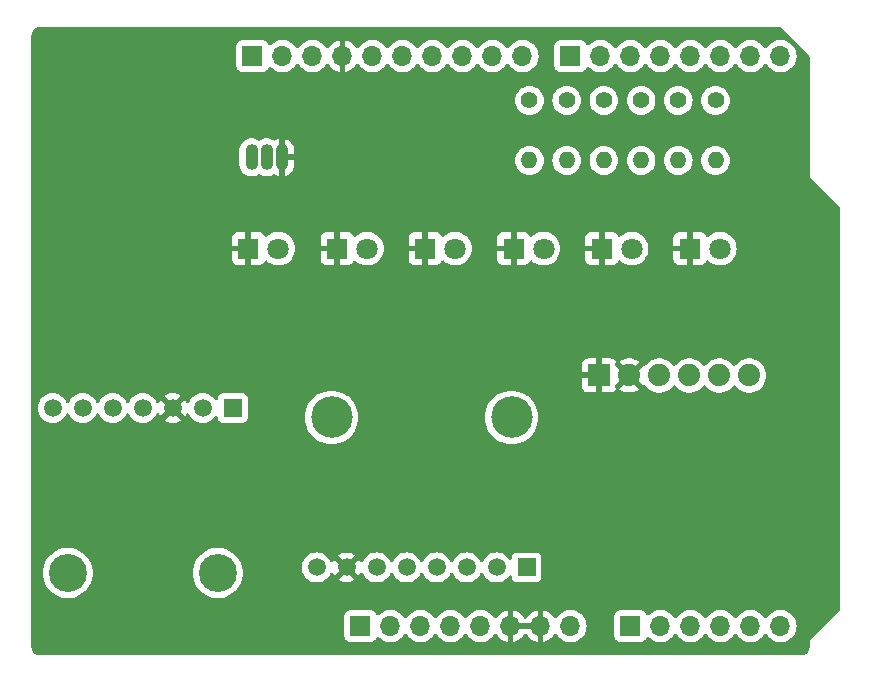
<source format=gbr>
%TF.GenerationSoftware,KiCad,Pcbnew,8.0.8*%
%TF.CreationDate,2025-03-12T20:49:11-06:00*%
%TF.ProjectId,ArduinoUnoSheildFinalProject,41726475-696e-46f5-956e-6f536865696c,rev?*%
%TF.SameCoordinates,Original*%
%TF.FileFunction,Copper,L2,Bot*%
%TF.FilePolarity,Positive*%
%FSLAX46Y46*%
G04 Gerber Fmt 4.6, Leading zero omitted, Abs format (unit mm)*
G04 Created by KiCad (PCBNEW 8.0.8) date 2025-03-12 20:49:11*
%MOMM*%
%LPD*%
G01*
G04 APERTURE LIST*
%TA.AperFunction,ComponentPad*%
%ADD10R,1.700000X1.700000*%
%TD*%
%TA.AperFunction,ComponentPad*%
%ADD11O,1.700000X1.700000*%
%TD*%
%TA.AperFunction,ComponentPad*%
%ADD12C,1.400000*%
%TD*%
%TA.AperFunction,ComponentPad*%
%ADD13O,1.400000X1.400000*%
%TD*%
%TA.AperFunction,ComponentPad*%
%ADD14R,1.508000X1.508000*%
%TD*%
%TA.AperFunction,ComponentPad*%
%ADD15C,1.508000*%
%TD*%
%TA.AperFunction,ComponentPad*%
%ADD16C,3.216000*%
%TD*%
%TA.AperFunction,ComponentPad*%
%ADD17R,1.800000X1.800000*%
%TD*%
%TA.AperFunction,ComponentPad*%
%ADD18C,1.800000*%
%TD*%
%TA.AperFunction,ComponentPad*%
%ADD19R,1.879600X1.879600*%
%TD*%
%TA.AperFunction,ComponentPad*%
%ADD20C,1.879600*%
%TD*%
%TA.AperFunction,ComponentPad*%
%ADD21C,3.516000*%
%TD*%
%TA.AperFunction,ComponentPad*%
%ADD22O,1.100000X2.200000*%
%TD*%
G04 APERTURE END LIST*
D10*
%TO.P,J1,1,Pin_1*%
%TO.N,unconnected-(J1-Pin_1-Pad1)*%
X127940000Y-97460000D03*
D11*
%TO.P,J1,2,Pin_2*%
%TO.N,/IOREF*%
X130480000Y-97460000D03*
%TO.P,J1,3,Pin_3*%
%TO.N,/RESET*%
X133020000Y-97460000D03*
%TO.P,J1,4,Pin_4*%
%TO.N,+3V3*%
X135560000Y-97460000D03*
%TO.P,J1,5,Pin_5*%
%TO.N,+5V*%
X138100000Y-97460000D03*
%TO.P,J1,6,Pin_6*%
%TO.N,GND*%
X140640000Y-97460000D03*
%TO.P,J1,7,Pin_7*%
X143180000Y-97460000D03*
%TO.P,J1,8,Pin_8*%
%TO.N,VCC*%
X145720000Y-97460000D03*
%TD*%
D10*
%TO.P,J3,1,Pin_1*%
%TO.N,/External_Temp*%
X150800000Y-97460000D03*
D11*
%TO.P,J3,2,Pin_2*%
%TO.N,/A1*%
X153340000Y-97460000D03*
%TO.P,J3,3,Pin_3*%
%TO.N,/A2*%
X155880000Y-97460000D03*
%TO.P,J3,4,Pin_4*%
%TO.N,/A3*%
X158420000Y-97460000D03*
%TO.P,J3,5,Pin_5*%
%TO.N,unconnected-(J3-Pin_5-Pad5)*%
X160960000Y-97460000D03*
%TO.P,J3,6,Pin_6*%
%TO.N,unconnected-(J3-Pin_6-Pad6)*%
X163500000Y-97460000D03*
%TD*%
D10*
%TO.P,J2,1,Pin_1*%
%TO.N,/SCL{slash}A5*%
X118796000Y-49200000D03*
D11*
%TO.P,J2,2,Pin_2*%
%TO.N,/SDA{slash}A4*%
X121336000Y-49200000D03*
%TO.P,J2,3,Pin_3*%
%TO.N,/AREF*%
X123876000Y-49200000D03*
%TO.P,J2,4,Pin_4*%
%TO.N,GND*%
X126416000Y-49200000D03*
%TO.P,J2,5,Pin_5*%
%TO.N,/13*%
X128956000Y-49200000D03*
%TO.P,J2,6,Pin_6*%
%TO.N,/12*%
X131496000Y-49200000D03*
%TO.P,J2,7,Pin_7*%
%TO.N,/\u002A11*%
X134036000Y-49200000D03*
%TO.P,J2,8,Pin_8*%
%TO.N,/\u002A10*%
X136576000Y-49200000D03*
%TO.P,J2,9,Pin_9*%
%TO.N,/\u002A9*%
X139116000Y-49200000D03*
%TO.P,J2,10,Pin_10*%
%TO.N,/8*%
X141656000Y-49200000D03*
%TD*%
D10*
%TO.P,J4,1,Pin_1*%
%TO.N,/LED6*%
X145720000Y-49200000D03*
D11*
%TO.P,J4,2,Pin_2*%
%TO.N,/LED5*%
X148260000Y-49200000D03*
%TO.P,J4,3,Pin_3*%
%TO.N,/LED4*%
X150800000Y-49200000D03*
%TO.P,J4,4,Pin_4*%
%TO.N,/LED3*%
X153340000Y-49200000D03*
%TO.P,J4,5,Pin_5*%
%TO.N,/LED2*%
X155880000Y-49200000D03*
%TO.P,J4,6,Pin_6*%
%TO.N,/LED1*%
X158420000Y-49200000D03*
%TO.P,J4,7,Pin_7*%
%TO.N,/TX{slash}1*%
X160960000Y-49200000D03*
%TO.P,J4,8,Pin_8*%
%TO.N,/RX{slash}0*%
X163500000Y-49200000D03*
%TD*%
D12*
%TO.P,R3,1*%
%TO.N,/LED3*%
X151700000Y-52960000D03*
D13*
%TO.P,R3,2*%
%TO.N,Net-(D3-A)*%
X151700000Y-58040000D03*
%TD*%
D12*
%TO.P,R2,1*%
%TO.N,/LED2*%
X154850000Y-52960000D03*
D13*
%TO.P,R2,2*%
%TO.N,Net-(D2-A)*%
X154850000Y-58040000D03*
%TD*%
D14*
%TO.P,U3,1,VIN*%
%TO.N,+5V*%
X117120000Y-79000000D03*
D15*
%TO.P,U3,2,3VO*%
%TO.N,unconnected-(U3-3VO-Pad2)*%
X114580000Y-79000000D03*
%TO.P,U3,3,GND*%
%TO.N,GND*%
X112040000Y-79000000D03*
%TO.P,U3,4,SCK*%
%TO.N,/SCL{slash}A5*%
X109500000Y-79000000D03*
%TO.P,U3,5,SDO*%
%TO.N,unconnected-(U3-SDO-Pad5)*%
X106960000Y-79000000D03*
%TO.P,U3,6,SDI*%
%TO.N,/SDA{slash}A4*%
X104420000Y-79000000D03*
%TO.P,U3,7,CS*%
%TO.N,unconnected-(U3-CS-Pad7)*%
X101880000Y-79000000D03*
D16*
%TO.P,U3,P1*%
%TO.N,N/C*%
X115850000Y-92970000D03*
%TO.P,U3,P2*%
X103150000Y-92970000D03*
%TD*%
D17*
%TO.P,D1,1,K*%
%TO.N,GND*%
X155840000Y-65500000D03*
D18*
%TO.P,D1,2,A*%
%TO.N,Net-(D1-A)*%
X158380000Y-65500000D03*
%TD*%
D17*
%TO.P,D6,1,K*%
%TO.N,GND*%
X118450000Y-65500000D03*
D18*
%TO.P,D6,2,A*%
%TO.N,Net-(D6-A)*%
X120990000Y-65500000D03*
%TD*%
D17*
%TO.P,D2,1,K*%
%TO.N,GND*%
X148370000Y-65500000D03*
D18*
%TO.P,D2,2,A*%
%TO.N,Net-(D2-A)*%
X150910000Y-65500000D03*
%TD*%
D19*
%TO.P,U1,1,BLK*%
%TO.N,GND*%
X148150000Y-76245000D03*
D20*
%TO.P,U1,2,GND*%
X150690000Y-76245000D03*
%TO.P,U1,3,VCC*%
%TO.N,+5V*%
X153230000Y-76245000D03*
%TO.P,U1,4,TXO*%
%TO.N,/TX{slash}1*%
X155770000Y-76245000D03*
%TO.P,U1,5,RXI*%
%TO.N,/RX{slash}0*%
X158310000Y-76245000D03*
%TO.P,U1,6,GRN*%
%TO.N,/RESET*%
X160850000Y-76245000D03*
%TD*%
D12*
%TO.P,R4,1*%
%TO.N,/LED4*%
X148550000Y-52960000D03*
D13*
%TO.P,R4,2*%
%TO.N,Net-(D4-A)*%
X148550000Y-58040000D03*
%TD*%
D17*
%TO.P,D5,1,K*%
%TO.N,GND*%
X125960000Y-65500000D03*
D18*
%TO.P,D5,2,A*%
%TO.N,Net-(D5-A)*%
X128500000Y-65500000D03*
%TD*%
D12*
%TO.P,R1,1*%
%TO.N,/LED1*%
X158000000Y-52960000D03*
D13*
%TO.P,R1,2*%
%TO.N,Net-(D1-A)*%
X158000000Y-58040000D03*
%TD*%
D12*
%TO.P,R5,1*%
%TO.N,/LED5*%
X145400000Y-52960000D03*
D13*
%TO.P,R5,2*%
%TO.N,Net-(D5-A)*%
X145400000Y-58040000D03*
%TD*%
D12*
%TO.P,R6,1*%
%TO.N,/LED6*%
X142250000Y-52960000D03*
D13*
%TO.P,R6,2*%
%TO.N,Net-(D6-A)*%
X142250000Y-58040000D03*
%TD*%
D14*
%TO.P,U4,1,A*%
%TO.N,unconnected-(U4-A-Pad1)*%
X142000000Y-92500000D03*
D15*
%TO.P,U4,2,SDA*%
%TO.N,/SDA{slash}A4*%
X139460000Y-92500000D03*
%TO.P,U4,3,SCL*%
%TO.N,/SCL{slash}A5*%
X136920000Y-92500000D03*
%TO.P,U4,4,I1*%
%TO.N,unconnected-(U4-I1-Pad4)*%
X134380000Y-92500000D03*
%TO.P,U4,5,I2*%
%TO.N,unconnected-(U4-I2-Pad5)*%
X131840000Y-92500000D03*
%TO.P,U4,6,3VO*%
%TO.N,unconnected-(U4-3VO-Pad6)*%
X129300000Y-92500000D03*
%TO.P,U4,7,GND*%
%TO.N,GND*%
X126760000Y-92500000D03*
%TO.P,U4,8,VIN*%
%TO.N,+5V*%
X124220000Y-92500000D03*
D21*
%TO.P,U4,P1*%
%TO.N,N/C*%
X125490000Y-79800000D03*
%TO.P,U4,P2*%
X140730000Y-79800000D03*
%TD*%
D22*
%TO.P,U2,1,+VS*%
%TO.N,+5V*%
X118730000Y-57780000D03*
%TO.P,U2,2,VOUT*%
%TO.N,/External_Temp*%
X120000000Y-57780000D03*
%TO.P,U2,3,GND*%
%TO.N,GND*%
X121270000Y-57780000D03*
%TD*%
D17*
%TO.P,D4,1,K*%
%TO.N,GND*%
X133430000Y-65500000D03*
D18*
%TO.P,D4,2,A*%
%TO.N,Net-(D4-A)*%
X135970000Y-65500000D03*
%TD*%
D17*
%TO.P,D3,1,K*%
%TO.N,GND*%
X140900000Y-65500000D03*
D18*
%TO.P,D3,2,A*%
%TO.N,Net-(D3-A)*%
X143440000Y-65500000D03*
%TD*%
%TA.AperFunction,Conductor*%
%TO.N,GND*%
G36*
X142714075Y-97267007D02*
G01*
X142680000Y-97394174D01*
X142680000Y-97525826D01*
X142714075Y-97652993D01*
X142746988Y-97710000D01*
X141073012Y-97710000D01*
X141105925Y-97652993D01*
X141140000Y-97525826D01*
X141140000Y-97394174D01*
X141105925Y-97267007D01*
X141073012Y-97210000D01*
X142746988Y-97210000D01*
X142714075Y-97267007D01*
G37*
%TD.AperFunction*%
%TA.AperFunction,Conductor*%
G36*
X163484404Y-46755185D02*
G01*
X163505046Y-46771819D01*
X165928181Y-49194954D01*
X165961666Y-49256277D01*
X165964500Y-49282635D01*
X165964500Y-59344982D01*
X165964500Y-59375018D01*
X165975994Y-59402767D01*
X165975995Y-59402768D01*
X168468181Y-61894954D01*
X168501666Y-61956277D01*
X168504500Y-61982635D01*
X168504500Y-96107364D01*
X168484815Y-96174403D01*
X168468181Y-96195045D01*
X165997233Y-98665994D01*
X165975995Y-98687231D01*
X165964500Y-98714982D01*
X165964500Y-99231907D01*
X165963903Y-99244062D01*
X165952505Y-99359778D01*
X165947763Y-99383618D01*
X165917832Y-99482290D01*
X165915789Y-99489024D01*
X165906486Y-99511482D01*
X165854561Y-99608627D01*
X165841056Y-99628839D01*
X165771176Y-99713988D01*
X165753988Y-99731176D01*
X165668839Y-99801056D01*
X165648627Y-99814561D01*
X165551482Y-99866486D01*
X165529028Y-99875787D01*
X165487028Y-99888528D01*
X165423618Y-99907763D01*
X165399778Y-99912505D01*
X165291162Y-99923203D01*
X165284060Y-99923903D01*
X165271907Y-99924500D01*
X100768093Y-99924500D01*
X100755939Y-99923903D01*
X100747995Y-99923120D01*
X100640221Y-99912505D01*
X100616381Y-99907763D01*
X100599445Y-99902625D01*
X100510968Y-99875786D01*
X100488517Y-99866486D01*
X100391372Y-99814561D01*
X100371160Y-99801056D01*
X100286011Y-99731176D01*
X100268823Y-99713988D01*
X100198943Y-99628839D01*
X100185438Y-99608627D01*
X100133510Y-99511476D01*
X100124215Y-99489037D01*
X100092234Y-99383612D01*
X100087494Y-99359777D01*
X100076097Y-99244061D01*
X100075500Y-99231907D01*
X100075500Y-96561345D01*
X126581500Y-96561345D01*
X126581500Y-98358654D01*
X126588011Y-98419202D01*
X126588011Y-98419204D01*
X126639111Y-98556204D01*
X126726739Y-98673261D01*
X126843796Y-98760889D01*
X126980799Y-98811989D01*
X127008050Y-98814918D01*
X127041345Y-98818499D01*
X127041362Y-98818500D01*
X128838638Y-98818500D01*
X128838654Y-98818499D01*
X128865692Y-98815591D01*
X128899201Y-98811989D01*
X129036204Y-98760889D01*
X129153261Y-98673261D01*
X129240889Y-98556204D01*
X129286138Y-98434887D01*
X129328009Y-98378956D01*
X129393474Y-98354539D01*
X129461746Y-98369391D01*
X129493545Y-98394236D01*
X129556760Y-98462906D01*
X129734424Y-98601189D01*
X129734425Y-98601189D01*
X129734427Y-98601191D01*
X129861135Y-98669761D01*
X129932426Y-98708342D01*
X130145365Y-98781444D01*
X130367431Y-98818500D01*
X130592569Y-98818500D01*
X130814635Y-98781444D01*
X131027574Y-98708342D01*
X131225576Y-98601189D01*
X131403240Y-98462906D01*
X131524594Y-98331082D01*
X131555715Y-98297276D01*
X131555715Y-98297275D01*
X131555722Y-98297268D01*
X131646193Y-98158790D01*
X131699338Y-98113437D01*
X131768569Y-98104013D01*
X131831905Y-98133515D01*
X131853804Y-98158787D01*
X131944278Y-98297268D01*
X131944283Y-98297273D01*
X131944284Y-98297276D01*
X132070968Y-98434889D01*
X132096760Y-98462906D01*
X132274424Y-98601189D01*
X132274425Y-98601189D01*
X132274427Y-98601191D01*
X132401135Y-98669761D01*
X132472426Y-98708342D01*
X132685365Y-98781444D01*
X132907431Y-98818500D01*
X133132569Y-98818500D01*
X133354635Y-98781444D01*
X133567574Y-98708342D01*
X133765576Y-98601189D01*
X133943240Y-98462906D01*
X134064594Y-98331082D01*
X134095715Y-98297276D01*
X134095715Y-98297275D01*
X134095722Y-98297268D01*
X134186193Y-98158790D01*
X134239338Y-98113437D01*
X134308569Y-98104013D01*
X134371905Y-98133515D01*
X134393804Y-98158787D01*
X134484278Y-98297268D01*
X134484283Y-98297273D01*
X134484284Y-98297276D01*
X134610968Y-98434889D01*
X134636760Y-98462906D01*
X134814424Y-98601189D01*
X134814425Y-98601189D01*
X134814427Y-98601191D01*
X134941135Y-98669761D01*
X135012426Y-98708342D01*
X135225365Y-98781444D01*
X135447431Y-98818500D01*
X135672569Y-98818500D01*
X135894635Y-98781444D01*
X136107574Y-98708342D01*
X136305576Y-98601189D01*
X136483240Y-98462906D01*
X136604594Y-98331082D01*
X136635715Y-98297276D01*
X136635715Y-98297275D01*
X136635722Y-98297268D01*
X136726193Y-98158790D01*
X136779338Y-98113437D01*
X136848569Y-98104013D01*
X136911905Y-98133515D01*
X136933804Y-98158787D01*
X137024278Y-98297268D01*
X137024283Y-98297273D01*
X137024284Y-98297276D01*
X137150968Y-98434889D01*
X137176760Y-98462906D01*
X137354424Y-98601189D01*
X137354425Y-98601189D01*
X137354427Y-98601191D01*
X137481135Y-98669761D01*
X137552426Y-98708342D01*
X137765365Y-98781444D01*
X137987431Y-98818500D01*
X138212569Y-98818500D01*
X138434635Y-98781444D01*
X138647574Y-98708342D01*
X138845576Y-98601189D01*
X139023240Y-98462906D01*
X139144594Y-98331082D01*
X139175715Y-98297276D01*
X139175715Y-98297275D01*
X139175722Y-98297268D01*
X139269749Y-98153347D01*
X139322894Y-98107994D01*
X139392125Y-98098570D01*
X139455461Y-98128072D01*
X139475130Y-98150048D01*
X139601890Y-98331078D01*
X139768917Y-98498105D01*
X139962421Y-98633600D01*
X140176507Y-98733429D01*
X140176516Y-98733433D01*
X140390000Y-98790634D01*
X140390000Y-97893012D01*
X140447007Y-97925925D01*
X140574174Y-97960000D01*
X140705826Y-97960000D01*
X140832993Y-97925925D01*
X140890000Y-97893012D01*
X140890000Y-98790633D01*
X141103483Y-98733433D01*
X141103492Y-98733429D01*
X141317578Y-98633600D01*
X141511082Y-98498105D01*
X141678105Y-98331082D01*
X141808425Y-98144968D01*
X141863002Y-98101344D01*
X141932501Y-98094151D01*
X141994855Y-98125673D01*
X142011575Y-98144968D01*
X142141894Y-98331082D01*
X142308917Y-98498105D01*
X142502421Y-98633600D01*
X142716507Y-98733429D01*
X142716516Y-98733433D01*
X142930000Y-98790634D01*
X142930000Y-97893012D01*
X142987007Y-97925925D01*
X143114174Y-97960000D01*
X143245826Y-97960000D01*
X143372993Y-97925925D01*
X143430000Y-97893012D01*
X143430000Y-98790633D01*
X143643483Y-98733433D01*
X143643492Y-98733429D01*
X143857578Y-98633600D01*
X144051082Y-98498105D01*
X144218105Y-98331082D01*
X144344868Y-98150048D01*
X144399445Y-98106423D01*
X144468944Y-98099231D01*
X144531298Y-98130753D01*
X144550251Y-98153350D01*
X144644276Y-98297265D01*
X144644284Y-98297276D01*
X144770968Y-98434889D01*
X144796760Y-98462906D01*
X144974424Y-98601189D01*
X144974425Y-98601189D01*
X144974427Y-98601191D01*
X145101135Y-98669761D01*
X145172426Y-98708342D01*
X145385365Y-98781444D01*
X145607431Y-98818500D01*
X145832569Y-98818500D01*
X146054635Y-98781444D01*
X146267574Y-98708342D01*
X146465576Y-98601189D01*
X146643240Y-98462906D01*
X146764594Y-98331082D01*
X146795715Y-98297276D01*
X146795717Y-98297273D01*
X146795722Y-98297268D01*
X146918860Y-98108791D01*
X147009296Y-97902616D01*
X147064564Y-97684368D01*
X147067164Y-97652993D01*
X147083156Y-97460005D01*
X147083156Y-97459994D01*
X147064565Y-97235640D01*
X147064563Y-97235628D01*
X147009296Y-97017385D01*
X146999071Y-96994075D01*
X146918860Y-96811209D01*
X146902706Y-96786484D01*
X146795723Y-96622734D01*
X146795715Y-96622723D01*
X146739212Y-96561345D01*
X149441500Y-96561345D01*
X149441500Y-98358654D01*
X149448011Y-98419202D01*
X149448011Y-98419204D01*
X149499111Y-98556204D01*
X149586739Y-98673261D01*
X149703796Y-98760889D01*
X149840799Y-98811989D01*
X149868050Y-98814918D01*
X149901345Y-98818499D01*
X149901362Y-98818500D01*
X151698638Y-98818500D01*
X151698654Y-98818499D01*
X151725692Y-98815591D01*
X151759201Y-98811989D01*
X151896204Y-98760889D01*
X152013261Y-98673261D01*
X152100889Y-98556204D01*
X152146138Y-98434887D01*
X152188009Y-98378956D01*
X152253474Y-98354539D01*
X152321746Y-98369391D01*
X152353545Y-98394236D01*
X152416760Y-98462906D01*
X152594424Y-98601189D01*
X152594425Y-98601189D01*
X152594427Y-98601191D01*
X152721135Y-98669761D01*
X152792426Y-98708342D01*
X153005365Y-98781444D01*
X153227431Y-98818500D01*
X153452569Y-98818500D01*
X153674635Y-98781444D01*
X153887574Y-98708342D01*
X154085576Y-98601189D01*
X154263240Y-98462906D01*
X154384594Y-98331082D01*
X154415715Y-98297276D01*
X154415715Y-98297275D01*
X154415722Y-98297268D01*
X154506193Y-98158790D01*
X154559338Y-98113437D01*
X154628569Y-98104013D01*
X154691905Y-98133515D01*
X154713804Y-98158787D01*
X154804278Y-98297268D01*
X154804283Y-98297273D01*
X154804284Y-98297276D01*
X154930968Y-98434889D01*
X154956760Y-98462906D01*
X155134424Y-98601189D01*
X155134425Y-98601189D01*
X155134427Y-98601191D01*
X155261135Y-98669761D01*
X155332426Y-98708342D01*
X155545365Y-98781444D01*
X155767431Y-98818500D01*
X155992569Y-98818500D01*
X156214635Y-98781444D01*
X156427574Y-98708342D01*
X156625576Y-98601189D01*
X156803240Y-98462906D01*
X156924594Y-98331082D01*
X156955715Y-98297276D01*
X156955715Y-98297275D01*
X156955722Y-98297268D01*
X157046193Y-98158790D01*
X157099338Y-98113437D01*
X157168569Y-98104013D01*
X157231905Y-98133515D01*
X157253804Y-98158787D01*
X157344278Y-98297268D01*
X157344283Y-98297273D01*
X157344284Y-98297276D01*
X157470968Y-98434889D01*
X157496760Y-98462906D01*
X157674424Y-98601189D01*
X157674425Y-98601189D01*
X157674427Y-98601191D01*
X157801135Y-98669761D01*
X157872426Y-98708342D01*
X158085365Y-98781444D01*
X158307431Y-98818500D01*
X158532569Y-98818500D01*
X158754635Y-98781444D01*
X158967574Y-98708342D01*
X159165576Y-98601189D01*
X159343240Y-98462906D01*
X159464594Y-98331082D01*
X159495715Y-98297276D01*
X159495715Y-98297275D01*
X159495722Y-98297268D01*
X159586193Y-98158790D01*
X159639338Y-98113437D01*
X159708569Y-98104013D01*
X159771905Y-98133515D01*
X159793804Y-98158787D01*
X159884278Y-98297268D01*
X159884283Y-98297273D01*
X159884284Y-98297276D01*
X160010968Y-98434889D01*
X160036760Y-98462906D01*
X160214424Y-98601189D01*
X160214425Y-98601189D01*
X160214427Y-98601191D01*
X160341135Y-98669761D01*
X160412426Y-98708342D01*
X160625365Y-98781444D01*
X160847431Y-98818500D01*
X161072569Y-98818500D01*
X161294635Y-98781444D01*
X161507574Y-98708342D01*
X161705576Y-98601189D01*
X161883240Y-98462906D01*
X162004594Y-98331082D01*
X162035715Y-98297276D01*
X162035715Y-98297275D01*
X162035722Y-98297268D01*
X162126193Y-98158790D01*
X162179338Y-98113437D01*
X162248569Y-98104013D01*
X162311905Y-98133515D01*
X162333804Y-98158787D01*
X162424278Y-98297268D01*
X162424283Y-98297273D01*
X162424284Y-98297276D01*
X162550968Y-98434889D01*
X162576760Y-98462906D01*
X162754424Y-98601189D01*
X162754425Y-98601189D01*
X162754427Y-98601191D01*
X162881135Y-98669761D01*
X162952426Y-98708342D01*
X163165365Y-98781444D01*
X163387431Y-98818500D01*
X163612569Y-98818500D01*
X163834635Y-98781444D01*
X164047574Y-98708342D01*
X164245576Y-98601189D01*
X164423240Y-98462906D01*
X164544594Y-98331082D01*
X164575715Y-98297276D01*
X164575717Y-98297273D01*
X164575722Y-98297268D01*
X164698860Y-98108791D01*
X164789296Y-97902616D01*
X164844564Y-97684368D01*
X164847164Y-97652993D01*
X164863156Y-97460005D01*
X164863156Y-97459994D01*
X164844565Y-97235640D01*
X164844563Y-97235628D01*
X164789296Y-97017385D01*
X164779071Y-96994075D01*
X164698860Y-96811209D01*
X164682706Y-96786484D01*
X164575723Y-96622734D01*
X164575715Y-96622723D01*
X164423243Y-96457097D01*
X164423238Y-96457092D01*
X164245577Y-96318812D01*
X164245572Y-96318808D01*
X164047580Y-96211661D01*
X164047577Y-96211659D01*
X164047574Y-96211658D01*
X164047571Y-96211657D01*
X164047569Y-96211656D01*
X163834637Y-96138556D01*
X163612569Y-96101500D01*
X163387431Y-96101500D01*
X163165362Y-96138556D01*
X162952430Y-96211656D01*
X162952419Y-96211661D01*
X162754427Y-96318808D01*
X162754422Y-96318812D01*
X162576761Y-96457092D01*
X162576756Y-96457097D01*
X162424284Y-96622723D01*
X162424276Y-96622734D01*
X162333808Y-96761206D01*
X162280662Y-96806562D01*
X162211431Y-96815986D01*
X162148095Y-96786484D01*
X162126192Y-96761206D01*
X162035723Y-96622734D01*
X162035715Y-96622723D01*
X161883243Y-96457097D01*
X161883238Y-96457092D01*
X161705577Y-96318812D01*
X161705572Y-96318808D01*
X161507580Y-96211661D01*
X161507577Y-96211659D01*
X161507574Y-96211658D01*
X161507571Y-96211657D01*
X161507569Y-96211656D01*
X161294637Y-96138556D01*
X161072569Y-96101500D01*
X160847431Y-96101500D01*
X160625362Y-96138556D01*
X160412430Y-96211656D01*
X160412419Y-96211661D01*
X160214427Y-96318808D01*
X160214422Y-96318812D01*
X160036761Y-96457092D01*
X160036756Y-96457097D01*
X159884284Y-96622723D01*
X159884276Y-96622734D01*
X159793808Y-96761206D01*
X159740662Y-96806562D01*
X159671431Y-96815986D01*
X159608095Y-96786484D01*
X159586192Y-96761206D01*
X159495723Y-96622734D01*
X159495715Y-96622723D01*
X159343243Y-96457097D01*
X159343238Y-96457092D01*
X159165577Y-96318812D01*
X159165572Y-96318808D01*
X158967580Y-96211661D01*
X158967577Y-96211659D01*
X158967574Y-96211658D01*
X158967571Y-96211657D01*
X158967569Y-96211656D01*
X158754637Y-96138556D01*
X158532569Y-96101500D01*
X158307431Y-96101500D01*
X158085362Y-96138556D01*
X157872430Y-96211656D01*
X157872419Y-96211661D01*
X157674427Y-96318808D01*
X157674422Y-96318812D01*
X157496761Y-96457092D01*
X157496756Y-96457097D01*
X157344284Y-96622723D01*
X157344276Y-96622734D01*
X157253808Y-96761206D01*
X157200662Y-96806562D01*
X157131431Y-96815986D01*
X157068095Y-96786484D01*
X157046192Y-96761206D01*
X156955723Y-96622734D01*
X156955715Y-96622723D01*
X156803243Y-96457097D01*
X156803238Y-96457092D01*
X156625577Y-96318812D01*
X156625572Y-96318808D01*
X156427580Y-96211661D01*
X156427577Y-96211659D01*
X156427574Y-96211658D01*
X156427571Y-96211657D01*
X156427569Y-96211656D01*
X156214637Y-96138556D01*
X155992569Y-96101500D01*
X155767431Y-96101500D01*
X155545362Y-96138556D01*
X155332430Y-96211656D01*
X155332419Y-96211661D01*
X155134427Y-96318808D01*
X155134422Y-96318812D01*
X154956761Y-96457092D01*
X154956756Y-96457097D01*
X154804284Y-96622723D01*
X154804276Y-96622734D01*
X154713808Y-96761206D01*
X154660662Y-96806562D01*
X154591431Y-96815986D01*
X154528095Y-96786484D01*
X154506192Y-96761206D01*
X154415723Y-96622734D01*
X154415715Y-96622723D01*
X154263243Y-96457097D01*
X154263238Y-96457092D01*
X154085577Y-96318812D01*
X154085572Y-96318808D01*
X153887580Y-96211661D01*
X153887577Y-96211659D01*
X153887574Y-96211658D01*
X153887571Y-96211657D01*
X153887569Y-96211656D01*
X153674637Y-96138556D01*
X153452569Y-96101500D01*
X153227431Y-96101500D01*
X153005362Y-96138556D01*
X152792430Y-96211656D01*
X152792419Y-96211661D01*
X152594427Y-96318808D01*
X152594422Y-96318812D01*
X152416761Y-96457092D01*
X152353548Y-96525760D01*
X152293661Y-96561750D01*
X152223823Y-96559649D01*
X152166207Y-96520124D01*
X152146138Y-96485110D01*
X152100889Y-96363796D01*
X152067214Y-96318812D01*
X152013261Y-96246739D01*
X151896204Y-96159111D01*
X151895172Y-96158726D01*
X151759203Y-96108011D01*
X151698654Y-96101500D01*
X151698638Y-96101500D01*
X149901362Y-96101500D01*
X149901345Y-96101500D01*
X149840797Y-96108011D01*
X149840795Y-96108011D01*
X149703795Y-96159111D01*
X149586739Y-96246739D01*
X149499111Y-96363795D01*
X149448011Y-96500795D01*
X149448011Y-96500797D01*
X149441500Y-96561345D01*
X146739212Y-96561345D01*
X146643243Y-96457097D01*
X146643238Y-96457092D01*
X146465577Y-96318812D01*
X146465572Y-96318808D01*
X146267580Y-96211661D01*
X146267577Y-96211659D01*
X146267574Y-96211658D01*
X146267571Y-96211657D01*
X146267569Y-96211656D01*
X146054637Y-96138556D01*
X145832569Y-96101500D01*
X145607431Y-96101500D01*
X145385362Y-96138556D01*
X145172430Y-96211656D01*
X145172419Y-96211661D01*
X144974427Y-96318808D01*
X144974422Y-96318812D01*
X144796761Y-96457092D01*
X144796756Y-96457097D01*
X144644284Y-96622723D01*
X144644276Y-96622734D01*
X144550251Y-96766650D01*
X144497105Y-96812007D01*
X144427873Y-96821430D01*
X144364538Y-96791928D01*
X144344868Y-96769951D01*
X144218113Y-96588926D01*
X144218108Y-96588920D01*
X144051082Y-96421894D01*
X143857578Y-96286399D01*
X143643492Y-96186570D01*
X143643486Y-96186567D01*
X143430000Y-96129364D01*
X143430000Y-97026988D01*
X143372993Y-96994075D01*
X143245826Y-96960000D01*
X143114174Y-96960000D01*
X142987007Y-96994075D01*
X142930000Y-97026988D01*
X142930000Y-96129364D01*
X142929999Y-96129364D01*
X142716513Y-96186567D01*
X142716507Y-96186570D01*
X142502422Y-96286399D01*
X142502420Y-96286400D01*
X142308926Y-96421886D01*
X142308920Y-96421891D01*
X142141891Y-96588920D01*
X142141890Y-96588922D01*
X142011575Y-96775031D01*
X141956998Y-96818655D01*
X141887499Y-96825848D01*
X141825145Y-96794326D01*
X141808425Y-96775031D01*
X141678109Y-96588922D01*
X141678108Y-96588920D01*
X141511082Y-96421894D01*
X141317578Y-96286399D01*
X141103492Y-96186570D01*
X141103486Y-96186567D01*
X140890000Y-96129364D01*
X140890000Y-97026988D01*
X140832993Y-96994075D01*
X140705826Y-96960000D01*
X140574174Y-96960000D01*
X140447007Y-96994075D01*
X140390000Y-97026988D01*
X140390000Y-96129364D01*
X140389999Y-96129364D01*
X140176513Y-96186567D01*
X140176507Y-96186570D01*
X139962422Y-96286399D01*
X139962420Y-96286400D01*
X139768926Y-96421886D01*
X139768920Y-96421891D01*
X139601891Y-96588920D01*
X139601890Y-96588922D01*
X139475131Y-96769952D01*
X139420554Y-96813577D01*
X139351055Y-96820769D01*
X139288701Y-96789247D01*
X139269752Y-96766656D01*
X139175722Y-96622732D01*
X139175715Y-96622725D01*
X139175715Y-96622723D01*
X139023243Y-96457097D01*
X139023238Y-96457092D01*
X138845577Y-96318812D01*
X138845572Y-96318808D01*
X138647580Y-96211661D01*
X138647577Y-96211659D01*
X138647574Y-96211658D01*
X138647571Y-96211657D01*
X138647569Y-96211656D01*
X138434637Y-96138556D01*
X138212569Y-96101500D01*
X137987431Y-96101500D01*
X137765362Y-96138556D01*
X137552430Y-96211656D01*
X137552419Y-96211661D01*
X137354427Y-96318808D01*
X137354422Y-96318812D01*
X137176761Y-96457092D01*
X137176756Y-96457097D01*
X137024284Y-96622723D01*
X137024276Y-96622734D01*
X136933808Y-96761206D01*
X136880662Y-96806562D01*
X136811431Y-96815986D01*
X136748095Y-96786484D01*
X136726192Y-96761206D01*
X136635723Y-96622734D01*
X136635715Y-96622723D01*
X136483243Y-96457097D01*
X136483238Y-96457092D01*
X136305577Y-96318812D01*
X136305572Y-96318808D01*
X136107580Y-96211661D01*
X136107577Y-96211659D01*
X136107574Y-96211658D01*
X136107571Y-96211657D01*
X136107569Y-96211656D01*
X135894637Y-96138556D01*
X135672569Y-96101500D01*
X135447431Y-96101500D01*
X135225362Y-96138556D01*
X135012430Y-96211656D01*
X135012419Y-96211661D01*
X134814427Y-96318808D01*
X134814422Y-96318812D01*
X134636761Y-96457092D01*
X134636756Y-96457097D01*
X134484284Y-96622723D01*
X134484276Y-96622734D01*
X134393808Y-96761206D01*
X134340662Y-96806562D01*
X134271431Y-96815986D01*
X134208095Y-96786484D01*
X134186192Y-96761206D01*
X134095723Y-96622734D01*
X134095715Y-96622723D01*
X133943243Y-96457097D01*
X133943238Y-96457092D01*
X133765577Y-96318812D01*
X133765572Y-96318808D01*
X133567580Y-96211661D01*
X133567577Y-96211659D01*
X133567574Y-96211658D01*
X133567571Y-96211657D01*
X133567569Y-96211656D01*
X133354637Y-96138556D01*
X133132569Y-96101500D01*
X132907431Y-96101500D01*
X132685362Y-96138556D01*
X132472430Y-96211656D01*
X132472419Y-96211661D01*
X132274427Y-96318808D01*
X132274422Y-96318812D01*
X132096761Y-96457092D01*
X132096756Y-96457097D01*
X131944284Y-96622723D01*
X131944276Y-96622734D01*
X131853808Y-96761206D01*
X131800662Y-96806562D01*
X131731431Y-96815986D01*
X131668095Y-96786484D01*
X131646192Y-96761206D01*
X131555723Y-96622734D01*
X131555715Y-96622723D01*
X131403243Y-96457097D01*
X131403238Y-96457092D01*
X131225577Y-96318812D01*
X131225572Y-96318808D01*
X131027580Y-96211661D01*
X131027577Y-96211659D01*
X131027574Y-96211658D01*
X131027571Y-96211657D01*
X131027569Y-96211656D01*
X130814637Y-96138556D01*
X130592569Y-96101500D01*
X130367431Y-96101500D01*
X130145362Y-96138556D01*
X129932430Y-96211656D01*
X129932419Y-96211661D01*
X129734427Y-96318808D01*
X129734422Y-96318812D01*
X129556761Y-96457092D01*
X129493548Y-96525760D01*
X129433661Y-96561750D01*
X129363823Y-96559649D01*
X129306207Y-96520124D01*
X129286138Y-96485110D01*
X129240889Y-96363796D01*
X129207214Y-96318812D01*
X129153261Y-96246739D01*
X129036204Y-96159111D01*
X129035172Y-96158726D01*
X128899203Y-96108011D01*
X128838654Y-96101500D01*
X128838638Y-96101500D01*
X127041362Y-96101500D01*
X127041345Y-96101500D01*
X126980797Y-96108011D01*
X126980795Y-96108011D01*
X126843795Y-96159111D01*
X126726739Y-96246739D01*
X126639111Y-96363795D01*
X126588011Y-96500795D01*
X126588011Y-96500797D01*
X126581500Y-96561345D01*
X100075500Y-96561345D01*
X100075500Y-92970000D01*
X101028554Y-92970000D01*
X101048312Y-93258870D01*
X101048313Y-93258872D01*
X101107219Y-93542347D01*
X101107224Y-93542364D01*
X101204185Y-93815184D01*
X101337395Y-94072270D01*
X101337399Y-94072276D01*
X101504367Y-94308816D01*
X101702003Y-94520432D01*
X101827628Y-94622635D01*
X101926604Y-94703158D01*
X101926606Y-94703159D01*
X101926607Y-94703160D01*
X102173998Y-94853602D01*
X102389543Y-94947226D01*
X102439571Y-94968956D01*
X102718379Y-95047074D01*
X102970564Y-95081735D01*
X103005226Y-95086500D01*
X103005227Y-95086500D01*
X103294774Y-95086500D01*
X103325698Y-95082249D01*
X103581621Y-95047074D01*
X103860429Y-94968956D01*
X104126003Y-94853601D01*
X104373396Y-94703158D01*
X104598000Y-94520429D01*
X104795630Y-94308819D01*
X104962605Y-94072269D01*
X105095814Y-93815186D01*
X105192777Y-93542359D01*
X105192778Y-93542352D01*
X105192780Y-93542347D01*
X105230006Y-93363202D01*
X105251687Y-93258870D01*
X105271446Y-92970000D01*
X113728554Y-92970000D01*
X113748312Y-93258870D01*
X113748313Y-93258872D01*
X113807219Y-93542347D01*
X113807224Y-93542364D01*
X113904185Y-93815184D01*
X114037395Y-94072270D01*
X114037399Y-94072276D01*
X114204367Y-94308816D01*
X114402003Y-94520432D01*
X114527628Y-94622635D01*
X114626604Y-94703158D01*
X114626606Y-94703159D01*
X114626607Y-94703160D01*
X114873998Y-94853602D01*
X115089543Y-94947226D01*
X115139571Y-94968956D01*
X115418379Y-95047074D01*
X115670564Y-95081735D01*
X115705226Y-95086500D01*
X115705227Y-95086500D01*
X115994774Y-95086500D01*
X116025698Y-95082249D01*
X116281621Y-95047074D01*
X116560429Y-94968956D01*
X116826003Y-94853601D01*
X117073396Y-94703158D01*
X117298000Y-94520429D01*
X117495630Y-94308819D01*
X117662605Y-94072269D01*
X117795814Y-93815186D01*
X117892777Y-93542359D01*
X117892778Y-93542352D01*
X117892780Y-93542347D01*
X117930006Y-93363202D01*
X117951687Y-93258870D01*
X117971446Y-92970000D01*
X117951687Y-92681130D01*
X117914048Y-92500000D01*
X117914047Y-92499997D01*
X122952677Y-92499997D01*
X122952677Y-92500002D01*
X122971929Y-92720062D01*
X122971930Y-92720070D01*
X123029104Y-92933445D01*
X123029105Y-92933447D01*
X123029106Y-92933450D01*
X123060139Y-93000000D01*
X123122466Y-93133662D01*
X123122468Y-93133666D01*
X123249170Y-93314615D01*
X123249175Y-93314621D01*
X123405378Y-93470824D01*
X123405384Y-93470829D01*
X123586333Y-93597531D01*
X123586335Y-93597532D01*
X123586338Y-93597534D01*
X123786550Y-93690894D01*
X123999932Y-93748070D01*
X124157123Y-93761822D01*
X124219998Y-93767323D01*
X124220000Y-93767323D01*
X124220002Y-93767323D01*
X124275140Y-93762499D01*
X124440068Y-93748070D01*
X124653450Y-93690894D01*
X124853662Y-93597534D01*
X125034620Y-93470826D01*
X125190826Y-93314620D01*
X125317534Y-93133662D01*
X125382308Y-92994752D01*
X125428479Y-92942314D01*
X125495672Y-92923162D01*
X125562553Y-92943377D01*
X125607071Y-92994753D01*
X125669854Y-93129392D01*
X125714003Y-93192443D01*
X126277037Y-92629409D01*
X126294075Y-92692993D01*
X126359901Y-92807007D01*
X126452993Y-92900099D01*
X126567007Y-92965925D01*
X126630590Y-92982962D01*
X126067555Y-93545996D01*
X126130601Y-93590142D01*
X126130605Y-93590144D01*
X126329466Y-93682874D01*
X126329475Y-93682878D01*
X126541407Y-93739664D01*
X126541417Y-93739666D01*
X126759999Y-93758790D01*
X126760001Y-93758790D01*
X126978582Y-93739666D01*
X126978592Y-93739664D01*
X127190524Y-93682878D01*
X127190533Y-93682874D01*
X127389392Y-93590145D01*
X127452443Y-93545995D01*
X126889410Y-92982962D01*
X126952993Y-92965925D01*
X127067007Y-92900099D01*
X127160099Y-92807007D01*
X127225925Y-92692993D01*
X127242962Y-92629409D01*
X127805995Y-93192442D01*
X127850146Y-93129390D01*
X127912928Y-92994754D01*
X127959100Y-92942314D01*
X128026293Y-92923162D01*
X128093174Y-92943377D01*
X128137692Y-92994753D01*
X128202466Y-93133662D01*
X128202468Y-93133666D01*
X128329170Y-93314615D01*
X128329175Y-93314621D01*
X128485378Y-93470824D01*
X128485384Y-93470829D01*
X128666333Y-93597531D01*
X128666335Y-93597532D01*
X128666338Y-93597534D01*
X128866550Y-93690894D01*
X129079932Y-93748070D01*
X129237123Y-93761822D01*
X129299998Y-93767323D01*
X129300000Y-93767323D01*
X129300002Y-93767323D01*
X129355140Y-93762499D01*
X129520068Y-93748070D01*
X129733450Y-93690894D01*
X129933662Y-93597534D01*
X130114620Y-93470826D01*
X130270826Y-93314620D01*
X130397534Y-93133662D01*
X130457618Y-93004811D01*
X130503790Y-92952371D01*
X130570983Y-92933219D01*
X130637865Y-92953435D01*
X130682382Y-93004811D01*
X130742464Y-93133658D01*
X130742468Y-93133666D01*
X130869170Y-93314615D01*
X130869175Y-93314621D01*
X131025378Y-93470824D01*
X131025384Y-93470829D01*
X131206333Y-93597531D01*
X131206335Y-93597532D01*
X131206338Y-93597534D01*
X131406550Y-93690894D01*
X131619932Y-93748070D01*
X131777123Y-93761822D01*
X131839998Y-93767323D01*
X131840000Y-93767323D01*
X131840002Y-93767323D01*
X131895140Y-93762499D01*
X132060068Y-93748070D01*
X132273450Y-93690894D01*
X132473662Y-93597534D01*
X132654620Y-93470826D01*
X132810826Y-93314620D01*
X132937534Y-93133662D01*
X132997618Y-93004811D01*
X133043790Y-92952371D01*
X133110983Y-92933219D01*
X133177865Y-92953435D01*
X133222382Y-93004811D01*
X133282464Y-93133658D01*
X133282468Y-93133666D01*
X133409170Y-93314615D01*
X133409175Y-93314621D01*
X133565378Y-93470824D01*
X133565384Y-93470829D01*
X133746333Y-93597531D01*
X133746335Y-93597532D01*
X133746338Y-93597534D01*
X133946550Y-93690894D01*
X134159932Y-93748070D01*
X134317123Y-93761822D01*
X134379998Y-93767323D01*
X134380000Y-93767323D01*
X134380002Y-93767323D01*
X134435140Y-93762499D01*
X134600068Y-93748070D01*
X134813450Y-93690894D01*
X135013662Y-93597534D01*
X135194620Y-93470826D01*
X135350826Y-93314620D01*
X135477534Y-93133662D01*
X135537618Y-93004811D01*
X135583790Y-92952371D01*
X135650983Y-92933219D01*
X135717865Y-92953435D01*
X135762382Y-93004811D01*
X135822464Y-93133658D01*
X135822468Y-93133666D01*
X135949170Y-93314615D01*
X135949175Y-93314621D01*
X136105378Y-93470824D01*
X136105384Y-93470829D01*
X136286333Y-93597531D01*
X136286335Y-93597532D01*
X136286338Y-93597534D01*
X136486550Y-93690894D01*
X136699932Y-93748070D01*
X136857123Y-93761822D01*
X136919998Y-93767323D01*
X136920000Y-93767323D01*
X136920002Y-93767323D01*
X136975140Y-93762499D01*
X137140068Y-93748070D01*
X137353450Y-93690894D01*
X137553662Y-93597534D01*
X137734620Y-93470826D01*
X137890826Y-93314620D01*
X138017534Y-93133662D01*
X138077618Y-93004811D01*
X138123790Y-92952371D01*
X138190983Y-92933219D01*
X138257865Y-92953435D01*
X138302382Y-93004811D01*
X138362464Y-93133658D01*
X138362468Y-93133666D01*
X138489170Y-93314615D01*
X138489175Y-93314621D01*
X138645378Y-93470824D01*
X138645384Y-93470829D01*
X138826333Y-93597531D01*
X138826335Y-93597532D01*
X138826338Y-93597534D01*
X139026550Y-93690894D01*
X139239932Y-93748070D01*
X139397123Y-93761822D01*
X139459998Y-93767323D01*
X139460000Y-93767323D01*
X139460002Y-93767323D01*
X139515140Y-93762499D01*
X139680068Y-93748070D01*
X139893450Y-93690894D01*
X140093662Y-93597534D01*
X140274620Y-93470826D01*
X140430826Y-93314620D01*
X140511925Y-93198797D01*
X140566502Y-93155173D01*
X140636000Y-93147979D01*
X140698355Y-93179502D01*
X140733769Y-93239731D01*
X140737500Y-93269921D01*
X140737500Y-93302654D01*
X140744011Y-93363202D01*
X140744011Y-93363204D01*
X140795111Y-93500204D01*
X140882739Y-93617261D01*
X140999796Y-93704889D01*
X141136799Y-93755989D01*
X141162853Y-93758790D01*
X141197345Y-93762499D01*
X141197362Y-93762500D01*
X142802638Y-93762500D01*
X142802654Y-93762499D01*
X142829692Y-93759591D01*
X142863201Y-93755989D01*
X143000204Y-93704889D01*
X143117261Y-93617261D01*
X143204889Y-93500204D01*
X143255989Y-93363201D01*
X143261212Y-93314620D01*
X143262499Y-93302654D01*
X143262500Y-93302637D01*
X143262500Y-91697362D01*
X143262499Y-91697345D01*
X143259157Y-91666270D01*
X143255989Y-91636799D01*
X143253894Y-91631183D01*
X143215847Y-91529175D01*
X143204889Y-91499796D01*
X143117261Y-91382739D01*
X143000204Y-91295111D01*
X142863203Y-91244011D01*
X142802654Y-91237500D01*
X142802638Y-91237500D01*
X141197362Y-91237500D01*
X141197345Y-91237500D01*
X141136797Y-91244011D01*
X141136795Y-91244011D01*
X140999795Y-91295111D01*
X140882739Y-91382739D01*
X140795111Y-91499795D01*
X140744011Y-91636795D01*
X140744011Y-91636797D01*
X140737500Y-91697345D01*
X140737500Y-91730079D01*
X140717815Y-91797118D01*
X140665011Y-91842873D01*
X140595853Y-91852817D01*
X140532297Y-91823792D01*
X140511925Y-91801202D01*
X140430827Y-91685381D01*
X140376627Y-91631181D01*
X140274620Y-91529174D01*
X140274616Y-91529171D01*
X140274615Y-91529170D01*
X140093666Y-91402468D01*
X140093662Y-91402466D01*
X140051357Y-91382739D01*
X139893450Y-91309106D01*
X139893447Y-91309105D01*
X139893445Y-91309104D01*
X139680070Y-91251930D01*
X139680062Y-91251929D01*
X139460002Y-91232677D01*
X139459998Y-91232677D01*
X139239937Y-91251929D01*
X139239929Y-91251930D01*
X139026554Y-91309104D01*
X139026548Y-91309107D01*
X138826340Y-91402465D01*
X138826338Y-91402466D01*
X138645377Y-91529175D01*
X138489175Y-91685377D01*
X138362466Y-91866338D01*
X138362465Y-91866340D01*
X138302382Y-91995189D01*
X138256209Y-92047628D01*
X138189016Y-92066780D01*
X138122135Y-92046564D01*
X138077618Y-91995189D01*
X138019525Y-91870609D01*
X138017534Y-91866339D01*
X137954180Y-91775859D01*
X137890827Y-91685381D01*
X137836627Y-91631181D01*
X137734620Y-91529174D01*
X137734616Y-91529171D01*
X137734615Y-91529170D01*
X137553666Y-91402468D01*
X137553662Y-91402466D01*
X137511357Y-91382739D01*
X137353450Y-91309106D01*
X137353447Y-91309105D01*
X137353445Y-91309104D01*
X137140070Y-91251930D01*
X137140062Y-91251929D01*
X136920002Y-91232677D01*
X136919998Y-91232677D01*
X136699937Y-91251929D01*
X136699929Y-91251930D01*
X136486554Y-91309104D01*
X136486548Y-91309107D01*
X136286340Y-91402465D01*
X136286338Y-91402466D01*
X136105377Y-91529175D01*
X135949175Y-91685377D01*
X135822466Y-91866338D01*
X135822465Y-91866340D01*
X135762382Y-91995189D01*
X135716209Y-92047628D01*
X135649016Y-92066780D01*
X135582135Y-92046564D01*
X135537618Y-91995189D01*
X135479525Y-91870609D01*
X135477534Y-91866339D01*
X135414180Y-91775859D01*
X135350827Y-91685381D01*
X135296627Y-91631181D01*
X135194620Y-91529174D01*
X135194616Y-91529171D01*
X135194615Y-91529170D01*
X135013666Y-91402468D01*
X135013662Y-91402466D01*
X134971357Y-91382739D01*
X134813450Y-91309106D01*
X134813447Y-91309105D01*
X134813445Y-91309104D01*
X134600070Y-91251930D01*
X134600062Y-91251929D01*
X134380002Y-91232677D01*
X134379998Y-91232677D01*
X134159937Y-91251929D01*
X134159929Y-91251930D01*
X133946554Y-91309104D01*
X133946548Y-91309107D01*
X133746340Y-91402465D01*
X133746338Y-91402466D01*
X133565377Y-91529175D01*
X133409175Y-91685377D01*
X133282466Y-91866338D01*
X133282465Y-91866340D01*
X133222382Y-91995189D01*
X133176209Y-92047628D01*
X133109016Y-92066780D01*
X133042135Y-92046564D01*
X132997618Y-91995189D01*
X132939525Y-91870609D01*
X132937534Y-91866339D01*
X132874180Y-91775859D01*
X132810827Y-91685381D01*
X132756627Y-91631181D01*
X132654620Y-91529174D01*
X132654616Y-91529171D01*
X132654615Y-91529170D01*
X132473666Y-91402468D01*
X132473662Y-91402466D01*
X132431357Y-91382739D01*
X132273450Y-91309106D01*
X132273447Y-91309105D01*
X132273445Y-91309104D01*
X132060070Y-91251930D01*
X132060062Y-91251929D01*
X131840002Y-91232677D01*
X131839998Y-91232677D01*
X131619937Y-91251929D01*
X131619929Y-91251930D01*
X131406554Y-91309104D01*
X131406548Y-91309107D01*
X131206340Y-91402465D01*
X131206338Y-91402466D01*
X131025377Y-91529175D01*
X130869175Y-91685377D01*
X130742466Y-91866338D01*
X130742465Y-91866340D01*
X130682382Y-91995189D01*
X130636209Y-92047628D01*
X130569016Y-92066780D01*
X130502135Y-92046564D01*
X130457618Y-91995189D01*
X130399525Y-91870609D01*
X130397534Y-91866339D01*
X130334180Y-91775859D01*
X130270827Y-91685381D01*
X130216627Y-91631181D01*
X130114620Y-91529174D01*
X130114616Y-91529171D01*
X130114615Y-91529170D01*
X129933666Y-91402468D01*
X129933662Y-91402466D01*
X129891357Y-91382739D01*
X129733450Y-91309106D01*
X129733447Y-91309105D01*
X129733445Y-91309104D01*
X129520070Y-91251930D01*
X129520062Y-91251929D01*
X129300002Y-91232677D01*
X129299998Y-91232677D01*
X129079937Y-91251929D01*
X129079929Y-91251930D01*
X128866554Y-91309104D01*
X128866548Y-91309107D01*
X128666340Y-91402465D01*
X128666338Y-91402466D01*
X128485377Y-91529175D01*
X128329175Y-91685377D01*
X128202466Y-91866338D01*
X128202465Y-91866340D01*
X128137692Y-92005246D01*
X128091519Y-92057685D01*
X128024326Y-92076837D01*
X127957445Y-92056621D01*
X127912928Y-92005245D01*
X127850146Y-91870609D01*
X127850142Y-91870601D01*
X127805996Y-91807555D01*
X127242962Y-92370589D01*
X127225925Y-92307007D01*
X127160099Y-92192993D01*
X127067007Y-92099901D01*
X126952993Y-92034075D01*
X126889409Y-92017037D01*
X127452443Y-91454003D01*
X127389392Y-91409854D01*
X127190533Y-91317125D01*
X127190524Y-91317121D01*
X126978592Y-91260335D01*
X126978582Y-91260333D01*
X126760001Y-91241210D01*
X126759999Y-91241210D01*
X126541417Y-91260333D01*
X126541407Y-91260335D01*
X126329475Y-91317121D01*
X126329466Y-91317124D01*
X126130606Y-91409855D01*
X126130604Y-91409856D01*
X126067556Y-91454003D01*
X126067555Y-91454003D01*
X126630590Y-92017037D01*
X126567007Y-92034075D01*
X126452993Y-92099901D01*
X126359901Y-92192993D01*
X126294075Y-92307007D01*
X126277037Y-92370590D01*
X125714003Y-91807555D01*
X125714003Y-91807556D01*
X125669856Y-91870604D01*
X125669855Y-91870606D01*
X125607071Y-92005246D01*
X125560898Y-92057685D01*
X125493704Y-92076837D01*
X125426823Y-92056621D01*
X125382307Y-92005246D01*
X125379861Y-92000000D01*
X125317534Y-91866339D01*
X125254180Y-91775859D01*
X125190827Y-91685381D01*
X125136627Y-91631181D01*
X125034620Y-91529174D01*
X125034616Y-91529171D01*
X125034615Y-91529170D01*
X124853666Y-91402468D01*
X124853662Y-91402466D01*
X124811357Y-91382739D01*
X124653450Y-91309106D01*
X124653447Y-91309105D01*
X124653445Y-91309104D01*
X124440070Y-91251930D01*
X124440062Y-91251929D01*
X124220002Y-91232677D01*
X124219998Y-91232677D01*
X123999937Y-91251929D01*
X123999929Y-91251930D01*
X123786554Y-91309104D01*
X123786548Y-91309107D01*
X123586340Y-91402465D01*
X123586338Y-91402466D01*
X123405377Y-91529175D01*
X123249175Y-91685377D01*
X123122466Y-91866338D01*
X123122465Y-91866340D01*
X123029107Y-92066548D01*
X123029104Y-92066554D01*
X122971930Y-92279929D01*
X122971929Y-92279937D01*
X122952677Y-92499997D01*
X117914047Y-92499997D01*
X117892780Y-92397652D01*
X117892775Y-92397635D01*
X117795814Y-92124815D01*
X117795814Y-92124814D01*
X117662605Y-91867731D01*
X117662604Y-91867729D01*
X117662600Y-91867723D01*
X117495632Y-91631183D01*
X117297996Y-91419567D01*
X117102270Y-91260333D01*
X117073396Y-91236842D01*
X117073394Y-91236841D01*
X117073392Y-91236839D01*
X116826001Y-91086397D01*
X116560430Y-90971044D01*
X116281627Y-90892927D01*
X116281622Y-90892926D01*
X116281621Y-90892926D01*
X116138197Y-90873213D01*
X115994774Y-90853500D01*
X115994773Y-90853500D01*
X115705227Y-90853500D01*
X115705226Y-90853500D01*
X115418379Y-90892926D01*
X115418372Y-90892927D01*
X115139569Y-90971044D01*
X114873998Y-91086397D01*
X114626607Y-91236839D01*
X114402003Y-91419567D01*
X114204367Y-91631183D01*
X114037399Y-91867723D01*
X114037395Y-91867729D01*
X113904185Y-92124815D01*
X113807224Y-92397635D01*
X113807219Y-92397652D01*
X113748313Y-92681127D01*
X113748312Y-92681129D01*
X113728554Y-92970000D01*
X105271446Y-92970000D01*
X105251687Y-92681130D01*
X105214048Y-92500000D01*
X105192780Y-92397652D01*
X105192775Y-92397635D01*
X105095814Y-92124815D01*
X105095814Y-92124814D01*
X104962605Y-91867731D01*
X104962604Y-91867729D01*
X104962600Y-91867723D01*
X104795632Y-91631183D01*
X104597996Y-91419567D01*
X104402270Y-91260333D01*
X104373396Y-91236842D01*
X104373394Y-91236841D01*
X104373392Y-91236839D01*
X104126001Y-91086397D01*
X103860430Y-90971044D01*
X103581627Y-90892927D01*
X103581622Y-90892926D01*
X103581621Y-90892926D01*
X103438197Y-90873213D01*
X103294774Y-90853500D01*
X103294773Y-90853500D01*
X103005227Y-90853500D01*
X103005226Y-90853500D01*
X102718379Y-90892926D01*
X102718372Y-90892927D01*
X102439569Y-90971044D01*
X102173998Y-91086397D01*
X101926607Y-91236839D01*
X101702003Y-91419567D01*
X101504367Y-91631183D01*
X101337399Y-91867723D01*
X101337395Y-91867729D01*
X101204185Y-92124815D01*
X101107224Y-92397635D01*
X101107219Y-92397652D01*
X101048313Y-92681127D01*
X101048312Y-92681129D01*
X101028554Y-92970000D01*
X100075500Y-92970000D01*
X100075500Y-78999997D01*
X100612677Y-78999997D01*
X100612677Y-79000002D01*
X100631929Y-79220062D01*
X100631930Y-79220070D01*
X100689104Y-79433445D01*
X100689105Y-79433447D01*
X100689106Y-79433450D01*
X100722382Y-79504811D01*
X100782466Y-79633662D01*
X100782468Y-79633666D01*
X100909170Y-79814615D01*
X100909175Y-79814621D01*
X101065378Y-79970824D01*
X101065384Y-79970829D01*
X101246333Y-80097531D01*
X101246335Y-80097532D01*
X101246338Y-80097534D01*
X101446550Y-80190894D01*
X101659932Y-80248070D01*
X101817123Y-80261822D01*
X101879998Y-80267323D01*
X101880000Y-80267323D01*
X101880002Y-80267323D01*
X101935140Y-80262499D01*
X102100068Y-80248070D01*
X102313450Y-80190894D01*
X102513662Y-80097534D01*
X102694620Y-79970826D01*
X102850826Y-79814620D01*
X102977534Y-79633662D01*
X103037618Y-79504811D01*
X103083790Y-79452371D01*
X103150983Y-79433219D01*
X103217865Y-79453435D01*
X103262382Y-79504811D01*
X103322464Y-79633658D01*
X103322468Y-79633666D01*
X103449170Y-79814615D01*
X103449175Y-79814621D01*
X103605378Y-79970824D01*
X103605384Y-79970829D01*
X103786333Y-80097531D01*
X103786335Y-80097532D01*
X103786338Y-80097534D01*
X103986550Y-80190894D01*
X104199932Y-80248070D01*
X104357123Y-80261822D01*
X104419998Y-80267323D01*
X104420000Y-80267323D01*
X104420002Y-80267323D01*
X104475140Y-80262499D01*
X104640068Y-80248070D01*
X104853450Y-80190894D01*
X105053662Y-80097534D01*
X105234620Y-79970826D01*
X105390826Y-79814620D01*
X105517534Y-79633662D01*
X105577618Y-79504811D01*
X105623790Y-79452371D01*
X105690983Y-79433219D01*
X105757865Y-79453435D01*
X105802382Y-79504811D01*
X105862464Y-79633658D01*
X105862468Y-79633666D01*
X105989170Y-79814615D01*
X105989175Y-79814621D01*
X106145378Y-79970824D01*
X106145384Y-79970829D01*
X106326333Y-80097531D01*
X106326335Y-80097532D01*
X106326338Y-80097534D01*
X106526550Y-80190894D01*
X106739932Y-80248070D01*
X106897123Y-80261822D01*
X106959998Y-80267323D01*
X106960000Y-80267323D01*
X106960002Y-80267323D01*
X107015140Y-80262499D01*
X107180068Y-80248070D01*
X107393450Y-80190894D01*
X107593662Y-80097534D01*
X107774620Y-79970826D01*
X107930826Y-79814620D01*
X108057534Y-79633662D01*
X108117618Y-79504811D01*
X108163790Y-79452371D01*
X108230983Y-79433219D01*
X108297865Y-79453435D01*
X108342382Y-79504811D01*
X108402464Y-79633658D01*
X108402468Y-79633666D01*
X108529170Y-79814615D01*
X108529175Y-79814621D01*
X108685378Y-79970824D01*
X108685384Y-79970829D01*
X108866333Y-80097531D01*
X108866335Y-80097532D01*
X108866338Y-80097534D01*
X109066550Y-80190894D01*
X109279932Y-80248070D01*
X109437123Y-80261822D01*
X109499998Y-80267323D01*
X109500000Y-80267323D01*
X109500002Y-80267323D01*
X109555140Y-80262499D01*
X109720068Y-80248070D01*
X109933450Y-80190894D01*
X110133662Y-80097534D01*
X110314620Y-79970826D01*
X110470826Y-79814620D01*
X110597534Y-79633662D01*
X110662308Y-79494752D01*
X110708479Y-79442314D01*
X110775672Y-79423162D01*
X110842553Y-79443377D01*
X110887071Y-79494753D01*
X110949854Y-79629392D01*
X110994003Y-79692443D01*
X111557037Y-79129409D01*
X111574075Y-79192993D01*
X111639901Y-79307007D01*
X111732993Y-79400099D01*
X111847007Y-79465925D01*
X111910590Y-79482962D01*
X111347555Y-80045996D01*
X111410601Y-80090142D01*
X111410605Y-80090144D01*
X111609466Y-80182874D01*
X111609475Y-80182878D01*
X111821407Y-80239664D01*
X111821417Y-80239666D01*
X112039999Y-80258790D01*
X112040001Y-80258790D01*
X112258582Y-80239666D01*
X112258592Y-80239664D01*
X112470524Y-80182878D01*
X112470533Y-80182874D01*
X112669392Y-80090145D01*
X112732443Y-80045995D01*
X112169410Y-79482962D01*
X112232993Y-79465925D01*
X112347007Y-79400099D01*
X112440099Y-79307007D01*
X112505925Y-79192993D01*
X112522962Y-79129409D01*
X113085995Y-79692442D01*
X113130146Y-79629390D01*
X113192928Y-79494754D01*
X113239100Y-79442314D01*
X113306293Y-79423162D01*
X113373174Y-79443377D01*
X113417692Y-79494753D01*
X113482466Y-79633662D01*
X113482468Y-79633666D01*
X113609170Y-79814615D01*
X113609175Y-79814621D01*
X113765378Y-79970824D01*
X113765384Y-79970829D01*
X113946333Y-80097531D01*
X113946335Y-80097532D01*
X113946338Y-80097534D01*
X114146550Y-80190894D01*
X114359932Y-80248070D01*
X114517123Y-80261822D01*
X114579998Y-80267323D01*
X114580000Y-80267323D01*
X114580002Y-80267323D01*
X114635140Y-80262499D01*
X114800068Y-80248070D01*
X115013450Y-80190894D01*
X115213662Y-80097534D01*
X115394620Y-79970826D01*
X115550826Y-79814620D01*
X115631925Y-79698797D01*
X115686502Y-79655173D01*
X115756000Y-79647979D01*
X115818355Y-79679502D01*
X115853769Y-79739731D01*
X115857500Y-79769921D01*
X115857500Y-79802654D01*
X115864011Y-79863202D01*
X115864011Y-79863204D01*
X115915111Y-80000204D01*
X116002739Y-80117261D01*
X116119796Y-80204889D01*
X116256799Y-80255989D01*
X116282853Y-80258790D01*
X116317345Y-80262499D01*
X116317362Y-80262500D01*
X117922638Y-80262500D01*
X117922654Y-80262499D01*
X117949692Y-80259591D01*
X117983201Y-80255989D01*
X118120204Y-80204889D01*
X118237261Y-80117261D01*
X118324889Y-80000204D01*
X118375989Y-79863201D01*
X118381212Y-79814620D01*
X118382499Y-79802654D01*
X118382500Y-79802637D01*
X118382500Y-79800000D01*
X123218637Y-79800000D01*
X123238069Y-80096470D01*
X123238071Y-80096482D01*
X123296030Y-80387863D01*
X123296035Y-80387883D01*
X123391530Y-80669205D01*
X123391534Y-80669215D01*
X123522939Y-80935678D01*
X123688008Y-81182719D01*
X123883903Y-81406096D01*
X124058339Y-81559071D01*
X124107282Y-81601993D01*
X124354318Y-81767058D01*
X124354321Y-81767060D01*
X124620784Y-81898465D01*
X124620794Y-81898469D01*
X124902116Y-81993964D01*
X124902128Y-81993968D01*
X125193528Y-82051931D01*
X125490000Y-82071363D01*
X125786472Y-82051931D01*
X126077872Y-81993968D01*
X126213852Y-81947809D01*
X126359205Y-81898469D01*
X126359215Y-81898465D01*
X126625678Y-81767060D01*
X126625678Y-81767059D01*
X126625682Y-81767058D01*
X126872718Y-81601993D01*
X127096096Y-81406096D01*
X127291993Y-81182718D01*
X127457058Y-80935682D01*
X127588466Y-80669213D01*
X127683968Y-80387872D01*
X127741931Y-80096472D01*
X127761363Y-79800000D01*
X138458637Y-79800000D01*
X138478069Y-80096470D01*
X138478071Y-80096482D01*
X138536030Y-80387863D01*
X138536035Y-80387883D01*
X138631530Y-80669205D01*
X138631534Y-80669215D01*
X138762939Y-80935678D01*
X138928008Y-81182719D01*
X139123903Y-81406096D01*
X139298339Y-81559071D01*
X139347282Y-81601993D01*
X139594318Y-81767058D01*
X139594321Y-81767060D01*
X139860784Y-81898465D01*
X139860794Y-81898469D01*
X140142116Y-81993964D01*
X140142128Y-81993968D01*
X140433528Y-82051931D01*
X140730000Y-82071363D01*
X141026472Y-82051931D01*
X141317872Y-81993968D01*
X141453852Y-81947809D01*
X141599205Y-81898469D01*
X141599215Y-81898465D01*
X141865678Y-81767060D01*
X141865678Y-81767059D01*
X141865682Y-81767058D01*
X142112718Y-81601993D01*
X142336096Y-81406096D01*
X142531993Y-81182718D01*
X142697058Y-80935682D01*
X142828466Y-80669213D01*
X142923968Y-80387872D01*
X142981931Y-80096472D01*
X143001363Y-79800000D01*
X142981931Y-79503528D01*
X142923968Y-79212128D01*
X142917473Y-79192993D01*
X142828469Y-78930794D01*
X142828465Y-78930784D01*
X142697060Y-78664322D01*
X142619087Y-78547628D01*
X142531993Y-78417282D01*
X142339129Y-78197362D01*
X142336096Y-78193903D01*
X142112719Y-77998008D01*
X142046861Y-77954003D01*
X141980788Y-77909854D01*
X141865678Y-77832939D01*
X141599215Y-77701534D01*
X141599205Y-77701530D01*
X141317883Y-77606035D01*
X141317874Y-77606032D01*
X141317872Y-77606032D01*
X141317867Y-77606031D01*
X141317863Y-77606030D01*
X141026482Y-77548071D01*
X141026472Y-77548069D01*
X140730000Y-77528637D01*
X140433528Y-77548069D01*
X140433522Y-77548070D01*
X140433517Y-77548071D01*
X140142136Y-77606030D01*
X140142116Y-77606035D01*
X139860794Y-77701530D01*
X139860784Y-77701534D01*
X139594322Y-77832939D01*
X139347280Y-77998008D01*
X139123903Y-78193903D01*
X138928008Y-78417280D01*
X138762939Y-78664322D01*
X138631534Y-78930784D01*
X138631530Y-78930794D01*
X138536035Y-79212116D01*
X138536030Y-79212136D01*
X138479814Y-79494753D01*
X138478069Y-79503528D01*
X138469539Y-79633666D01*
X138458637Y-79800000D01*
X127761363Y-79800000D01*
X127741931Y-79503528D01*
X127683968Y-79212128D01*
X127677473Y-79192993D01*
X127588469Y-78930794D01*
X127588465Y-78930784D01*
X127457060Y-78664322D01*
X127379087Y-78547628D01*
X127291993Y-78417282D01*
X127099129Y-78197362D01*
X127096096Y-78193903D01*
X126872719Y-77998008D01*
X126806861Y-77954003D01*
X126740788Y-77909854D01*
X126625678Y-77832939D01*
X126359215Y-77701534D01*
X126359205Y-77701530D01*
X126077883Y-77606035D01*
X126077874Y-77606032D01*
X126077872Y-77606032D01*
X126077867Y-77606031D01*
X126077863Y-77606030D01*
X125786482Y-77548071D01*
X125786472Y-77548069D01*
X125490000Y-77528637D01*
X125193528Y-77548069D01*
X125193522Y-77548070D01*
X125193517Y-77548071D01*
X124902136Y-77606030D01*
X124902116Y-77606035D01*
X124620794Y-77701530D01*
X124620784Y-77701534D01*
X124354322Y-77832939D01*
X124107280Y-77998008D01*
X123883903Y-78193903D01*
X123688008Y-78417280D01*
X123522939Y-78664322D01*
X123391534Y-78930784D01*
X123391530Y-78930794D01*
X123296035Y-79212116D01*
X123296030Y-79212136D01*
X123239814Y-79494753D01*
X123238069Y-79503528D01*
X123229539Y-79633666D01*
X123218637Y-79800000D01*
X118382500Y-79800000D01*
X118382500Y-78197362D01*
X118382499Y-78197345D01*
X118379157Y-78166270D01*
X118375989Y-78136799D01*
X118324889Y-77999796D01*
X118237261Y-77882739D01*
X118120204Y-77795111D01*
X117983203Y-77744011D01*
X117922654Y-77737500D01*
X117922638Y-77737500D01*
X116317362Y-77737500D01*
X116317345Y-77737500D01*
X116256797Y-77744011D01*
X116256795Y-77744011D01*
X116119795Y-77795111D01*
X116002739Y-77882739D01*
X115915111Y-77999795D01*
X115864011Y-78136795D01*
X115864011Y-78136797D01*
X115857500Y-78197345D01*
X115857500Y-78230079D01*
X115837815Y-78297118D01*
X115785011Y-78342873D01*
X115715853Y-78352817D01*
X115652297Y-78323792D01*
X115631925Y-78301202D01*
X115550827Y-78185381D01*
X115502241Y-78136795D01*
X115394620Y-78029174D01*
X115394616Y-78029171D01*
X115394615Y-78029170D01*
X115213666Y-77902468D01*
X115213662Y-77902466D01*
X115171357Y-77882739D01*
X115013450Y-77809106D01*
X115013447Y-77809105D01*
X115013445Y-77809104D01*
X114800070Y-77751930D01*
X114800062Y-77751929D01*
X114580002Y-77732677D01*
X114579998Y-77732677D01*
X114359937Y-77751929D01*
X114359929Y-77751930D01*
X114146554Y-77809104D01*
X114146548Y-77809107D01*
X113946340Y-77902465D01*
X113946338Y-77902466D01*
X113765377Y-78029175D01*
X113609175Y-78185377D01*
X113482466Y-78366338D01*
X113482465Y-78366340D01*
X113417692Y-78505246D01*
X113371519Y-78557685D01*
X113304326Y-78576837D01*
X113237445Y-78556621D01*
X113192928Y-78505245D01*
X113130146Y-78370609D01*
X113130142Y-78370601D01*
X113085996Y-78307555D01*
X112522962Y-78870589D01*
X112505925Y-78807007D01*
X112440099Y-78692993D01*
X112347007Y-78599901D01*
X112232993Y-78534075D01*
X112169409Y-78517037D01*
X112732443Y-77954003D01*
X112669392Y-77909854D01*
X112470533Y-77817125D01*
X112470524Y-77817121D01*
X112258592Y-77760335D01*
X112258582Y-77760333D01*
X112040001Y-77741210D01*
X112039999Y-77741210D01*
X111821417Y-77760333D01*
X111821407Y-77760335D01*
X111609475Y-77817121D01*
X111609466Y-77817124D01*
X111410606Y-77909855D01*
X111410604Y-77909856D01*
X111347556Y-77954003D01*
X111347555Y-77954003D01*
X111910590Y-78517037D01*
X111847007Y-78534075D01*
X111732993Y-78599901D01*
X111639901Y-78692993D01*
X111574075Y-78807007D01*
X111557037Y-78870590D01*
X110994003Y-78307555D01*
X110994003Y-78307556D01*
X110949856Y-78370604D01*
X110949855Y-78370606D01*
X110887071Y-78505246D01*
X110840898Y-78557685D01*
X110773704Y-78576837D01*
X110706823Y-78556621D01*
X110662307Y-78505246D01*
X110659861Y-78500000D01*
X110597534Y-78366339D01*
X110534180Y-78275859D01*
X110470827Y-78185381D01*
X110422241Y-78136795D01*
X110314620Y-78029174D01*
X110314616Y-78029171D01*
X110314615Y-78029170D01*
X110133666Y-77902468D01*
X110133662Y-77902466D01*
X110091357Y-77882739D01*
X109933450Y-77809106D01*
X109933447Y-77809105D01*
X109933445Y-77809104D01*
X109720070Y-77751930D01*
X109720062Y-77751929D01*
X109500002Y-77732677D01*
X109499998Y-77732677D01*
X109279937Y-77751929D01*
X109279929Y-77751930D01*
X109066554Y-77809104D01*
X109066548Y-77809107D01*
X108866340Y-77902465D01*
X108866338Y-77902466D01*
X108685377Y-78029175D01*
X108529175Y-78185377D01*
X108402466Y-78366338D01*
X108402465Y-78366340D01*
X108342382Y-78495189D01*
X108296209Y-78547628D01*
X108229016Y-78566780D01*
X108162135Y-78546564D01*
X108117618Y-78495189D01*
X108059525Y-78370609D01*
X108057534Y-78366339D01*
X107994180Y-78275859D01*
X107930827Y-78185381D01*
X107882241Y-78136795D01*
X107774620Y-78029174D01*
X107774616Y-78029171D01*
X107774615Y-78029170D01*
X107593666Y-77902468D01*
X107593662Y-77902466D01*
X107551357Y-77882739D01*
X107393450Y-77809106D01*
X107393447Y-77809105D01*
X107393445Y-77809104D01*
X107180070Y-77751930D01*
X107180062Y-77751929D01*
X106960002Y-77732677D01*
X106959998Y-77732677D01*
X106739937Y-77751929D01*
X106739929Y-77751930D01*
X106526554Y-77809104D01*
X106526548Y-77809107D01*
X106326340Y-77902465D01*
X106326338Y-77902466D01*
X106145377Y-78029175D01*
X105989175Y-78185377D01*
X105862466Y-78366338D01*
X105862465Y-78366340D01*
X105802382Y-78495189D01*
X105756209Y-78547628D01*
X105689016Y-78566780D01*
X105622135Y-78546564D01*
X105577618Y-78495189D01*
X105519525Y-78370609D01*
X105517534Y-78366339D01*
X105454180Y-78275859D01*
X105390827Y-78185381D01*
X105342241Y-78136795D01*
X105234620Y-78029174D01*
X105234616Y-78029171D01*
X105234615Y-78029170D01*
X105053666Y-77902468D01*
X105053662Y-77902466D01*
X105011357Y-77882739D01*
X104853450Y-77809106D01*
X104853447Y-77809105D01*
X104853445Y-77809104D01*
X104640070Y-77751930D01*
X104640062Y-77751929D01*
X104420002Y-77732677D01*
X104419998Y-77732677D01*
X104199937Y-77751929D01*
X104199929Y-77751930D01*
X103986554Y-77809104D01*
X103986548Y-77809107D01*
X103786340Y-77902465D01*
X103786338Y-77902466D01*
X103605377Y-78029175D01*
X103449175Y-78185377D01*
X103322466Y-78366338D01*
X103322465Y-78366340D01*
X103262382Y-78495189D01*
X103216209Y-78547628D01*
X103149016Y-78566780D01*
X103082135Y-78546564D01*
X103037618Y-78495189D01*
X102979525Y-78370609D01*
X102977534Y-78366339D01*
X102914180Y-78275859D01*
X102850827Y-78185381D01*
X102802241Y-78136795D01*
X102694620Y-78029174D01*
X102694616Y-78029171D01*
X102694615Y-78029170D01*
X102513666Y-77902468D01*
X102513662Y-77902466D01*
X102471357Y-77882739D01*
X102313450Y-77809106D01*
X102313447Y-77809105D01*
X102313445Y-77809104D01*
X102100070Y-77751930D01*
X102100062Y-77751929D01*
X101880002Y-77732677D01*
X101879998Y-77732677D01*
X101659937Y-77751929D01*
X101659929Y-77751930D01*
X101446554Y-77809104D01*
X101446548Y-77809107D01*
X101246340Y-77902465D01*
X101246338Y-77902466D01*
X101065377Y-78029175D01*
X100909175Y-78185377D01*
X100782466Y-78366338D01*
X100782465Y-78366340D01*
X100689107Y-78566548D01*
X100689104Y-78566554D01*
X100631930Y-78779929D01*
X100631929Y-78779937D01*
X100612677Y-78999997D01*
X100075500Y-78999997D01*
X100075500Y-75257355D01*
X146710200Y-75257355D01*
X146710200Y-75995000D01*
X147707749Y-75995000D01*
X147676619Y-76048919D01*
X147642000Y-76178120D01*
X147642000Y-76311880D01*
X147676619Y-76441081D01*
X147707749Y-76495000D01*
X146710200Y-76495000D01*
X146710200Y-77232644D01*
X146716601Y-77292172D01*
X146716603Y-77292179D01*
X146766845Y-77426886D01*
X146766849Y-77426893D01*
X146853009Y-77541987D01*
X146853012Y-77541990D01*
X146968106Y-77628150D01*
X146968113Y-77628154D01*
X147102820Y-77678396D01*
X147102827Y-77678398D01*
X147162355Y-77684799D01*
X147162372Y-77684800D01*
X147900000Y-77684800D01*
X147900000Y-76687251D01*
X147953919Y-76718381D01*
X148083120Y-76753000D01*
X148216880Y-76753000D01*
X148346081Y-76718381D01*
X148400000Y-76687251D01*
X148400000Y-77684800D01*
X149137628Y-77684800D01*
X149137644Y-77684799D01*
X149197172Y-77678398D01*
X149197179Y-77678396D01*
X149331886Y-77628154D01*
X149331893Y-77628150D01*
X149446987Y-77541990D01*
X149446990Y-77541987D01*
X149533151Y-77426891D01*
X149533153Y-77426888D01*
X149565399Y-77340432D01*
X149565398Y-77340430D01*
X149490888Y-77265920D01*
X149457403Y-77204597D01*
X149462387Y-77134905D01*
X149490888Y-77090558D01*
X150200504Y-76380941D01*
X150216619Y-76441081D01*
X150283498Y-76556920D01*
X150378080Y-76651502D01*
X150493919Y-76718381D01*
X150554057Y-76734494D01*
X149862839Y-77425711D01*
X149862840Y-77425712D01*
X149899802Y-77454481D01*
X149899808Y-77454486D01*
X150109650Y-77568046D01*
X150109660Y-77568051D01*
X150335335Y-77645525D01*
X150570696Y-77684800D01*
X150809304Y-77684800D01*
X151044664Y-77645525D01*
X151270339Y-77568051D01*
X151270344Y-77568049D01*
X151480197Y-77454481D01*
X151480200Y-77454480D01*
X151517158Y-77425712D01*
X151517158Y-77425711D01*
X150825942Y-76734495D01*
X150886081Y-76718381D01*
X151001920Y-76651502D01*
X151096502Y-76556920D01*
X151163381Y-76441081D01*
X151179494Y-76380942D01*
X151869941Y-77071389D01*
X151886945Y-77069625D01*
X151904260Y-77054849D01*
X151973491Y-77045425D01*
X152036827Y-77074926D01*
X152058730Y-77100204D01*
X152083171Y-77137613D01*
X152245731Y-77314201D01*
X152279433Y-77340432D01*
X152425962Y-77454481D01*
X152435140Y-77461624D01*
X152646231Y-77575860D01*
X152873245Y-77653795D01*
X153109990Y-77693300D01*
X153350010Y-77693300D01*
X153586755Y-77653795D01*
X153813769Y-77575860D01*
X154024860Y-77461624D01*
X154214269Y-77314201D01*
X154376829Y-77137613D01*
X154396193Y-77107974D01*
X154449337Y-77062619D01*
X154518568Y-77053195D01*
X154581904Y-77082697D01*
X154603805Y-77107971D01*
X154623171Y-77137613D01*
X154785731Y-77314201D01*
X154819433Y-77340432D01*
X154965962Y-77454481D01*
X154975140Y-77461624D01*
X155186231Y-77575860D01*
X155413245Y-77653795D01*
X155649990Y-77693300D01*
X155890010Y-77693300D01*
X156126755Y-77653795D01*
X156353769Y-77575860D01*
X156564860Y-77461624D01*
X156754269Y-77314201D01*
X156916829Y-77137613D01*
X156936193Y-77107974D01*
X156989337Y-77062619D01*
X157058568Y-77053195D01*
X157121904Y-77082697D01*
X157143805Y-77107971D01*
X157163171Y-77137613D01*
X157325731Y-77314201D01*
X157359433Y-77340432D01*
X157505962Y-77454481D01*
X157515140Y-77461624D01*
X157726231Y-77575860D01*
X157953245Y-77653795D01*
X158189990Y-77693300D01*
X158430010Y-77693300D01*
X158666755Y-77653795D01*
X158893769Y-77575860D01*
X159104860Y-77461624D01*
X159294269Y-77314201D01*
X159456829Y-77137613D01*
X159476193Y-77107974D01*
X159529337Y-77062619D01*
X159598568Y-77053195D01*
X159661904Y-77082697D01*
X159683805Y-77107971D01*
X159703171Y-77137613D01*
X159865731Y-77314201D01*
X159899433Y-77340432D01*
X160045962Y-77454481D01*
X160055140Y-77461624D01*
X160266231Y-77575860D01*
X160493245Y-77653795D01*
X160729990Y-77693300D01*
X160970010Y-77693300D01*
X161206755Y-77653795D01*
X161433769Y-77575860D01*
X161644860Y-77461624D01*
X161834269Y-77314201D01*
X161996829Y-77137613D01*
X162128108Y-76936677D01*
X162224522Y-76716874D01*
X162283443Y-76484199D01*
X162303264Y-76245000D01*
X162283443Y-76005801D01*
X162224522Y-75773126D01*
X162128108Y-75553323D01*
X162119999Y-75540912D01*
X161996830Y-75352389D01*
X161996829Y-75352387D01*
X161834269Y-75175799D01*
X161763107Y-75120411D01*
X161644862Y-75028377D01*
X161644857Y-75028374D01*
X161433775Y-74914143D01*
X161433772Y-74914142D01*
X161433769Y-74914140D01*
X161433763Y-74914138D01*
X161433761Y-74914137D01*
X161206757Y-74836205D01*
X160970010Y-74796700D01*
X160729990Y-74796700D01*
X160493242Y-74836205D01*
X160266238Y-74914137D01*
X160266224Y-74914143D01*
X160055142Y-75028374D01*
X160055137Y-75028377D01*
X159865733Y-75175797D01*
X159703172Y-75352385D01*
X159703169Y-75352389D01*
X159683808Y-75382024D01*
X159630661Y-75427381D01*
X159561430Y-75436804D01*
X159498094Y-75407301D01*
X159476192Y-75382024D01*
X159456830Y-75352389D01*
X159456829Y-75352387D01*
X159294269Y-75175799D01*
X159223107Y-75120411D01*
X159104862Y-75028377D01*
X159104857Y-75028374D01*
X158893775Y-74914143D01*
X158893772Y-74914142D01*
X158893769Y-74914140D01*
X158893763Y-74914138D01*
X158893761Y-74914137D01*
X158666757Y-74836205D01*
X158430010Y-74796700D01*
X158189990Y-74796700D01*
X157953242Y-74836205D01*
X157726238Y-74914137D01*
X157726224Y-74914143D01*
X157515142Y-75028374D01*
X157515137Y-75028377D01*
X157325733Y-75175797D01*
X157163172Y-75352385D01*
X157163169Y-75352389D01*
X157143808Y-75382024D01*
X157090661Y-75427381D01*
X157021430Y-75436804D01*
X156958094Y-75407301D01*
X156936192Y-75382024D01*
X156916830Y-75352389D01*
X156916829Y-75352387D01*
X156754269Y-75175799D01*
X156683107Y-75120411D01*
X156564862Y-75028377D01*
X156564857Y-75028374D01*
X156353775Y-74914143D01*
X156353772Y-74914142D01*
X156353769Y-74914140D01*
X156353763Y-74914138D01*
X156353761Y-74914137D01*
X156126757Y-74836205D01*
X155890010Y-74796700D01*
X155649990Y-74796700D01*
X155413242Y-74836205D01*
X155186238Y-74914137D01*
X155186224Y-74914143D01*
X154975142Y-75028374D01*
X154975137Y-75028377D01*
X154785733Y-75175797D01*
X154623172Y-75352385D01*
X154623169Y-75352389D01*
X154603808Y-75382024D01*
X154550661Y-75427381D01*
X154481430Y-75436804D01*
X154418094Y-75407301D01*
X154396192Y-75382024D01*
X154376830Y-75352389D01*
X154376829Y-75352387D01*
X154214269Y-75175799D01*
X154143107Y-75120411D01*
X154024862Y-75028377D01*
X154024857Y-75028374D01*
X153813775Y-74914143D01*
X153813772Y-74914142D01*
X153813769Y-74914140D01*
X153813763Y-74914138D01*
X153813761Y-74914137D01*
X153586757Y-74836205D01*
X153350010Y-74796700D01*
X153109990Y-74796700D01*
X152873242Y-74836205D01*
X152646238Y-74914137D01*
X152646224Y-74914143D01*
X152435142Y-75028374D01*
X152435137Y-75028377D01*
X152245733Y-75175797D01*
X152083168Y-75352390D01*
X152083166Y-75352392D01*
X152058730Y-75389794D01*
X152005583Y-75435150D01*
X151936352Y-75444572D01*
X151883673Y-75420033D01*
X151869941Y-75418609D01*
X151179494Y-76109056D01*
X151163381Y-76048919D01*
X151096502Y-75933080D01*
X151001920Y-75838498D01*
X150886081Y-75771619D01*
X150825941Y-75755504D01*
X151517159Y-75064287D01*
X151517158Y-75064286D01*
X151480197Y-75035518D01*
X151480191Y-75035513D01*
X151270349Y-74921953D01*
X151270339Y-74921948D01*
X151044664Y-74844474D01*
X150809304Y-74805200D01*
X150570696Y-74805200D01*
X150335335Y-74844474D01*
X150109660Y-74921948D01*
X150109650Y-74921953D01*
X149899807Y-75035514D01*
X149899802Y-75035517D01*
X149862840Y-75064286D01*
X149862840Y-75064287D01*
X150554058Y-75755504D01*
X150493919Y-75771619D01*
X150378080Y-75838498D01*
X150283498Y-75933080D01*
X150216619Y-76048919D01*
X150200504Y-76109057D01*
X149490888Y-75399441D01*
X149457403Y-75338118D01*
X149462387Y-75268426D01*
X149490888Y-75224078D01*
X149565399Y-75149567D01*
X149533154Y-75063113D01*
X149533150Y-75063106D01*
X149446990Y-74948012D01*
X149446987Y-74948009D01*
X149331893Y-74861849D01*
X149331886Y-74861845D01*
X149197179Y-74811603D01*
X149197172Y-74811601D01*
X149137644Y-74805200D01*
X148400000Y-74805200D01*
X148400000Y-75802748D01*
X148346081Y-75771619D01*
X148216880Y-75737000D01*
X148083120Y-75737000D01*
X147953919Y-75771619D01*
X147900000Y-75802748D01*
X147900000Y-74805200D01*
X147162355Y-74805200D01*
X147102827Y-74811601D01*
X147102820Y-74811603D01*
X146968113Y-74861845D01*
X146968106Y-74861849D01*
X146853012Y-74948009D01*
X146853009Y-74948012D01*
X146766849Y-75063106D01*
X146766845Y-75063113D01*
X146716603Y-75197820D01*
X146716601Y-75197827D01*
X146710200Y-75257355D01*
X100075500Y-75257355D01*
X100075500Y-64552155D01*
X117050000Y-64552155D01*
X117050000Y-65250000D01*
X118074722Y-65250000D01*
X118030667Y-65326306D01*
X118000000Y-65440756D01*
X118000000Y-65559244D01*
X118030667Y-65673694D01*
X118074722Y-65750000D01*
X117050000Y-65750000D01*
X117050000Y-66447844D01*
X117056401Y-66507372D01*
X117056403Y-66507379D01*
X117106645Y-66642086D01*
X117106649Y-66642093D01*
X117192809Y-66757187D01*
X117192812Y-66757190D01*
X117307906Y-66843350D01*
X117307913Y-66843354D01*
X117442620Y-66893596D01*
X117442627Y-66893598D01*
X117502155Y-66899999D01*
X117502172Y-66900000D01*
X118200000Y-66900000D01*
X118200000Y-65875277D01*
X118276306Y-65919333D01*
X118390756Y-65950000D01*
X118509244Y-65950000D01*
X118623694Y-65919333D01*
X118700000Y-65875277D01*
X118700000Y-66900000D01*
X119397828Y-66900000D01*
X119397844Y-66899999D01*
X119457372Y-66893598D01*
X119457379Y-66893596D01*
X119592086Y-66843354D01*
X119592093Y-66843350D01*
X119707187Y-66757190D01*
X119707190Y-66757187D01*
X119793350Y-66642093D01*
X119793355Y-66642084D01*
X119818940Y-66573486D01*
X119860810Y-66517552D01*
X119926274Y-66493134D01*
X119994547Y-66507985D01*
X120026349Y-66532832D01*
X120032780Y-66539818D01*
X120216983Y-66683190D01*
X120216985Y-66683191D01*
X120216988Y-66683193D01*
X120336331Y-66747777D01*
X120422273Y-66794287D01*
X120536914Y-66833643D01*
X120643045Y-66870079D01*
X120643047Y-66870079D01*
X120643049Y-66870080D01*
X120873288Y-66908500D01*
X120873289Y-66908500D01*
X121106711Y-66908500D01*
X121106712Y-66908500D01*
X121336951Y-66870080D01*
X121557727Y-66794287D01*
X121763017Y-66683190D01*
X121947220Y-66539818D01*
X122105314Y-66368083D01*
X122232984Y-66172669D01*
X122326749Y-65958907D01*
X122384051Y-65732626D01*
X122403327Y-65500000D01*
X122384051Y-65267374D01*
X122326749Y-65041093D01*
X122232984Y-64827331D01*
X122105314Y-64631917D01*
X122105313Y-64631915D01*
X122031888Y-64552155D01*
X124560000Y-64552155D01*
X124560000Y-65250000D01*
X125584722Y-65250000D01*
X125540667Y-65326306D01*
X125510000Y-65440756D01*
X125510000Y-65559244D01*
X125540667Y-65673694D01*
X125584722Y-65750000D01*
X124560000Y-65750000D01*
X124560000Y-66447844D01*
X124566401Y-66507372D01*
X124566403Y-66507379D01*
X124616645Y-66642086D01*
X124616649Y-66642093D01*
X124702809Y-66757187D01*
X124702812Y-66757190D01*
X124817906Y-66843350D01*
X124817913Y-66843354D01*
X124952620Y-66893596D01*
X124952627Y-66893598D01*
X125012155Y-66899999D01*
X125012172Y-66900000D01*
X125710000Y-66900000D01*
X125710000Y-65875277D01*
X125786306Y-65919333D01*
X125900756Y-65950000D01*
X126019244Y-65950000D01*
X126133694Y-65919333D01*
X126210000Y-65875277D01*
X126210000Y-66900000D01*
X126907828Y-66900000D01*
X126907844Y-66899999D01*
X126967372Y-66893598D01*
X126967379Y-66893596D01*
X127102086Y-66843354D01*
X127102093Y-66843350D01*
X127217187Y-66757190D01*
X127217190Y-66757187D01*
X127303350Y-66642093D01*
X127303355Y-66642084D01*
X127328940Y-66573486D01*
X127370810Y-66517552D01*
X127436274Y-66493134D01*
X127504547Y-66507985D01*
X127536349Y-66532832D01*
X127542780Y-66539818D01*
X127726983Y-66683190D01*
X127726985Y-66683191D01*
X127726988Y-66683193D01*
X127846331Y-66747777D01*
X127932273Y-66794287D01*
X128046914Y-66833643D01*
X128153045Y-66870079D01*
X128153047Y-66870079D01*
X128153049Y-66870080D01*
X128383288Y-66908500D01*
X128383289Y-66908500D01*
X128616711Y-66908500D01*
X128616712Y-66908500D01*
X128846951Y-66870080D01*
X129067727Y-66794287D01*
X129273017Y-66683190D01*
X129457220Y-66539818D01*
X129615314Y-66368083D01*
X129742984Y-66172669D01*
X129836749Y-65958907D01*
X129894051Y-65732626D01*
X129913327Y-65500000D01*
X129894051Y-65267374D01*
X129836749Y-65041093D01*
X129742984Y-64827331D01*
X129615314Y-64631917D01*
X129615313Y-64631915D01*
X129541888Y-64552155D01*
X132030000Y-64552155D01*
X132030000Y-65250000D01*
X133054722Y-65250000D01*
X133010667Y-65326306D01*
X132980000Y-65440756D01*
X132980000Y-65559244D01*
X133010667Y-65673694D01*
X133054722Y-65750000D01*
X132030000Y-65750000D01*
X132030000Y-66447844D01*
X132036401Y-66507372D01*
X132036403Y-66507379D01*
X132086645Y-66642086D01*
X132086649Y-66642093D01*
X132172809Y-66757187D01*
X132172812Y-66757190D01*
X132287906Y-66843350D01*
X132287913Y-66843354D01*
X132422620Y-66893596D01*
X132422627Y-66893598D01*
X132482155Y-66899999D01*
X132482172Y-66900000D01*
X133180000Y-66900000D01*
X133180000Y-65875277D01*
X133256306Y-65919333D01*
X133370756Y-65950000D01*
X133489244Y-65950000D01*
X133603694Y-65919333D01*
X133680000Y-65875277D01*
X133680000Y-66900000D01*
X134377828Y-66900000D01*
X134377844Y-66899999D01*
X134437372Y-66893598D01*
X134437379Y-66893596D01*
X134572086Y-66843354D01*
X134572093Y-66843350D01*
X134687187Y-66757190D01*
X134687190Y-66757187D01*
X134773350Y-66642093D01*
X134773355Y-66642084D01*
X134798940Y-66573486D01*
X134840810Y-66517552D01*
X134906274Y-66493134D01*
X134974547Y-66507985D01*
X135006349Y-66532832D01*
X135012780Y-66539818D01*
X135196983Y-66683190D01*
X135196985Y-66683191D01*
X135196988Y-66683193D01*
X135316331Y-66747777D01*
X135402273Y-66794287D01*
X135516914Y-66833643D01*
X135623045Y-66870079D01*
X135623047Y-66870079D01*
X135623049Y-66870080D01*
X135853288Y-66908500D01*
X135853289Y-66908500D01*
X136086711Y-66908500D01*
X136086712Y-66908500D01*
X136316951Y-66870080D01*
X136537727Y-66794287D01*
X136743017Y-66683190D01*
X136927220Y-66539818D01*
X137085314Y-66368083D01*
X137212984Y-66172669D01*
X137306749Y-65958907D01*
X137364051Y-65732626D01*
X137383327Y-65500000D01*
X137364051Y-65267374D01*
X137306749Y-65041093D01*
X137212984Y-64827331D01*
X137085314Y-64631917D01*
X137085313Y-64631915D01*
X137011888Y-64552155D01*
X139500000Y-64552155D01*
X139500000Y-65250000D01*
X140524722Y-65250000D01*
X140480667Y-65326306D01*
X140450000Y-65440756D01*
X140450000Y-65559244D01*
X140480667Y-65673694D01*
X140524722Y-65750000D01*
X139500000Y-65750000D01*
X139500000Y-66447844D01*
X139506401Y-66507372D01*
X139506403Y-66507379D01*
X139556645Y-66642086D01*
X139556649Y-66642093D01*
X139642809Y-66757187D01*
X139642812Y-66757190D01*
X139757906Y-66843350D01*
X139757913Y-66843354D01*
X139892620Y-66893596D01*
X139892627Y-66893598D01*
X139952155Y-66899999D01*
X139952172Y-66900000D01*
X140650000Y-66900000D01*
X140650000Y-65875277D01*
X140726306Y-65919333D01*
X140840756Y-65950000D01*
X140959244Y-65950000D01*
X141073694Y-65919333D01*
X141150000Y-65875277D01*
X141150000Y-66900000D01*
X141847828Y-66900000D01*
X141847844Y-66899999D01*
X141907372Y-66893598D01*
X141907379Y-66893596D01*
X142042086Y-66843354D01*
X142042093Y-66843350D01*
X142157187Y-66757190D01*
X142157190Y-66757187D01*
X142243350Y-66642093D01*
X142243355Y-66642084D01*
X142268940Y-66573486D01*
X142310810Y-66517552D01*
X142376274Y-66493134D01*
X142444547Y-66507985D01*
X142476349Y-66532832D01*
X142482780Y-66539818D01*
X142666983Y-66683190D01*
X142666985Y-66683191D01*
X142666988Y-66683193D01*
X142786331Y-66747777D01*
X142872273Y-66794287D01*
X142986914Y-66833643D01*
X143093045Y-66870079D01*
X143093047Y-66870079D01*
X143093049Y-66870080D01*
X143323288Y-66908500D01*
X143323289Y-66908500D01*
X143556711Y-66908500D01*
X143556712Y-66908500D01*
X143786951Y-66870080D01*
X144007727Y-66794287D01*
X144213017Y-66683190D01*
X144397220Y-66539818D01*
X144555314Y-66368083D01*
X144682984Y-66172669D01*
X144776749Y-65958907D01*
X144834051Y-65732626D01*
X144853327Y-65500000D01*
X144834051Y-65267374D01*
X144776749Y-65041093D01*
X144682984Y-64827331D01*
X144555314Y-64631917D01*
X144555313Y-64631915D01*
X144481888Y-64552155D01*
X146970000Y-64552155D01*
X146970000Y-65250000D01*
X147994722Y-65250000D01*
X147950667Y-65326306D01*
X147920000Y-65440756D01*
X147920000Y-65559244D01*
X147950667Y-65673694D01*
X147994722Y-65750000D01*
X146970000Y-65750000D01*
X146970000Y-66447844D01*
X146976401Y-66507372D01*
X146976403Y-66507379D01*
X147026645Y-66642086D01*
X147026649Y-66642093D01*
X147112809Y-66757187D01*
X147112812Y-66757190D01*
X147227906Y-66843350D01*
X147227913Y-66843354D01*
X147362620Y-66893596D01*
X147362627Y-66893598D01*
X147422155Y-66899999D01*
X147422172Y-66900000D01*
X148120000Y-66900000D01*
X148120000Y-65875277D01*
X148196306Y-65919333D01*
X148310756Y-65950000D01*
X148429244Y-65950000D01*
X148543694Y-65919333D01*
X148620000Y-65875277D01*
X148620000Y-66900000D01*
X149317828Y-66900000D01*
X149317844Y-66899999D01*
X149377372Y-66893598D01*
X149377379Y-66893596D01*
X149512086Y-66843354D01*
X149512093Y-66843350D01*
X149627187Y-66757190D01*
X149627190Y-66757187D01*
X149713350Y-66642093D01*
X149713355Y-66642084D01*
X149738940Y-66573486D01*
X149780810Y-66517552D01*
X149846274Y-66493134D01*
X149914547Y-66507985D01*
X149946349Y-66532832D01*
X149952780Y-66539818D01*
X150136983Y-66683190D01*
X150136985Y-66683191D01*
X150136988Y-66683193D01*
X150256331Y-66747777D01*
X150342273Y-66794287D01*
X150456914Y-66833643D01*
X150563045Y-66870079D01*
X150563047Y-66870079D01*
X150563049Y-66870080D01*
X150793288Y-66908500D01*
X150793289Y-66908500D01*
X151026711Y-66908500D01*
X151026712Y-66908500D01*
X151256951Y-66870080D01*
X151477727Y-66794287D01*
X151683017Y-66683190D01*
X151867220Y-66539818D01*
X152025314Y-66368083D01*
X152152984Y-66172669D01*
X152246749Y-65958907D01*
X152304051Y-65732626D01*
X152323327Y-65500000D01*
X152304051Y-65267374D01*
X152246749Y-65041093D01*
X152152984Y-64827331D01*
X152025314Y-64631917D01*
X152025313Y-64631915D01*
X151951888Y-64552155D01*
X154440000Y-64552155D01*
X154440000Y-65250000D01*
X155464722Y-65250000D01*
X155420667Y-65326306D01*
X155390000Y-65440756D01*
X155390000Y-65559244D01*
X155420667Y-65673694D01*
X155464722Y-65750000D01*
X154440000Y-65750000D01*
X154440000Y-66447844D01*
X154446401Y-66507372D01*
X154446403Y-66507379D01*
X154496645Y-66642086D01*
X154496649Y-66642093D01*
X154582809Y-66757187D01*
X154582812Y-66757190D01*
X154697906Y-66843350D01*
X154697913Y-66843354D01*
X154832620Y-66893596D01*
X154832627Y-66893598D01*
X154892155Y-66899999D01*
X154892172Y-66900000D01*
X155590000Y-66900000D01*
X155590000Y-65875277D01*
X155666306Y-65919333D01*
X155780756Y-65950000D01*
X155899244Y-65950000D01*
X156013694Y-65919333D01*
X156090000Y-65875277D01*
X156090000Y-66900000D01*
X156787828Y-66900000D01*
X156787844Y-66899999D01*
X156847372Y-66893598D01*
X156847379Y-66893596D01*
X156982086Y-66843354D01*
X156982093Y-66843350D01*
X157097187Y-66757190D01*
X157097190Y-66757187D01*
X157183350Y-66642093D01*
X157183355Y-66642084D01*
X157208940Y-66573486D01*
X157250810Y-66517552D01*
X157316274Y-66493134D01*
X157384547Y-66507985D01*
X157416349Y-66532832D01*
X157422780Y-66539818D01*
X157606983Y-66683190D01*
X157606985Y-66683191D01*
X157606988Y-66683193D01*
X157726331Y-66747777D01*
X157812273Y-66794287D01*
X157926914Y-66833643D01*
X158033045Y-66870079D01*
X158033047Y-66870079D01*
X158033049Y-66870080D01*
X158263288Y-66908500D01*
X158263289Y-66908500D01*
X158496711Y-66908500D01*
X158496712Y-66908500D01*
X158726951Y-66870080D01*
X158947727Y-66794287D01*
X159153017Y-66683190D01*
X159337220Y-66539818D01*
X159495314Y-66368083D01*
X159622984Y-66172669D01*
X159716749Y-65958907D01*
X159774051Y-65732626D01*
X159793327Y-65500000D01*
X159774051Y-65267374D01*
X159716749Y-65041093D01*
X159622984Y-64827331D01*
X159495314Y-64631917D01*
X159495313Y-64631915D01*
X159337223Y-64460185D01*
X159337222Y-64460184D01*
X159337220Y-64460182D01*
X159153017Y-64316810D01*
X159153015Y-64316809D01*
X159153014Y-64316808D01*
X159153011Y-64316806D01*
X158947733Y-64205716D01*
X158947730Y-64205715D01*
X158947727Y-64205713D01*
X158947721Y-64205711D01*
X158947719Y-64205710D01*
X158726954Y-64129920D01*
X158547650Y-64100000D01*
X158496712Y-64091500D01*
X158263288Y-64091500D01*
X158217240Y-64099184D01*
X158033045Y-64129920D01*
X157812280Y-64205710D01*
X157812266Y-64205716D01*
X157606988Y-64316806D01*
X157606985Y-64316808D01*
X157422781Y-64460181D01*
X157422776Y-64460185D01*
X157416346Y-64467170D01*
X157356457Y-64503157D01*
X157286619Y-64501052D01*
X157229005Y-64461524D01*
X157208940Y-64426513D01*
X157183355Y-64357915D01*
X157183350Y-64357906D01*
X157097190Y-64242812D01*
X157097187Y-64242809D01*
X156982093Y-64156649D01*
X156982086Y-64156645D01*
X156847379Y-64106403D01*
X156847372Y-64106401D01*
X156787844Y-64100000D01*
X156090000Y-64100000D01*
X156090000Y-65124722D01*
X156013694Y-65080667D01*
X155899244Y-65050000D01*
X155780756Y-65050000D01*
X155666306Y-65080667D01*
X155590000Y-65124722D01*
X155590000Y-64100000D01*
X154892155Y-64100000D01*
X154832627Y-64106401D01*
X154832620Y-64106403D01*
X154697913Y-64156645D01*
X154697906Y-64156649D01*
X154582812Y-64242809D01*
X154582809Y-64242812D01*
X154496649Y-64357906D01*
X154496645Y-64357913D01*
X154446403Y-64492620D01*
X154446401Y-64492627D01*
X154440000Y-64552155D01*
X151951888Y-64552155D01*
X151867223Y-64460185D01*
X151867222Y-64460184D01*
X151867220Y-64460182D01*
X151683017Y-64316810D01*
X151683015Y-64316809D01*
X151683014Y-64316808D01*
X151683011Y-64316806D01*
X151477733Y-64205716D01*
X151477730Y-64205715D01*
X151477727Y-64205713D01*
X151477721Y-64205711D01*
X151477719Y-64205710D01*
X151256954Y-64129920D01*
X151077650Y-64100000D01*
X151026712Y-64091500D01*
X150793288Y-64091500D01*
X150747240Y-64099184D01*
X150563045Y-64129920D01*
X150342280Y-64205710D01*
X150342266Y-64205716D01*
X150136988Y-64316806D01*
X150136985Y-64316808D01*
X149952781Y-64460181D01*
X149952776Y-64460185D01*
X149946346Y-64467170D01*
X149886457Y-64503157D01*
X149816619Y-64501052D01*
X149759005Y-64461524D01*
X149738940Y-64426513D01*
X149713355Y-64357915D01*
X149713350Y-64357906D01*
X149627190Y-64242812D01*
X149627187Y-64242809D01*
X149512093Y-64156649D01*
X149512086Y-64156645D01*
X149377379Y-64106403D01*
X149377372Y-64106401D01*
X149317844Y-64100000D01*
X148620000Y-64100000D01*
X148620000Y-65124722D01*
X148543694Y-65080667D01*
X148429244Y-65050000D01*
X148310756Y-65050000D01*
X148196306Y-65080667D01*
X148120000Y-65124722D01*
X148120000Y-64100000D01*
X147422155Y-64100000D01*
X147362627Y-64106401D01*
X147362620Y-64106403D01*
X147227913Y-64156645D01*
X147227906Y-64156649D01*
X147112812Y-64242809D01*
X147112809Y-64242812D01*
X147026649Y-64357906D01*
X147026645Y-64357913D01*
X146976403Y-64492620D01*
X146976401Y-64492627D01*
X146970000Y-64552155D01*
X144481888Y-64552155D01*
X144397223Y-64460185D01*
X144397222Y-64460184D01*
X144397220Y-64460182D01*
X144213017Y-64316810D01*
X144213015Y-64316809D01*
X144213014Y-64316808D01*
X144213011Y-64316806D01*
X144007733Y-64205716D01*
X144007730Y-64205715D01*
X144007727Y-64205713D01*
X144007721Y-64205711D01*
X144007719Y-64205710D01*
X143786954Y-64129920D01*
X143607650Y-64100000D01*
X143556712Y-64091500D01*
X143323288Y-64091500D01*
X143277240Y-64099184D01*
X143093045Y-64129920D01*
X142872280Y-64205710D01*
X142872266Y-64205716D01*
X142666988Y-64316806D01*
X142666985Y-64316808D01*
X142482781Y-64460181D01*
X142482776Y-64460185D01*
X142476346Y-64467170D01*
X142416457Y-64503157D01*
X142346619Y-64501052D01*
X142289005Y-64461524D01*
X142268940Y-64426513D01*
X142243355Y-64357915D01*
X142243350Y-64357906D01*
X142157190Y-64242812D01*
X142157187Y-64242809D01*
X142042093Y-64156649D01*
X142042086Y-64156645D01*
X141907379Y-64106403D01*
X141907372Y-64106401D01*
X141847844Y-64100000D01*
X141150000Y-64100000D01*
X141150000Y-65124722D01*
X141073694Y-65080667D01*
X140959244Y-65050000D01*
X140840756Y-65050000D01*
X140726306Y-65080667D01*
X140650000Y-65124722D01*
X140650000Y-64100000D01*
X139952155Y-64100000D01*
X139892627Y-64106401D01*
X139892620Y-64106403D01*
X139757913Y-64156645D01*
X139757906Y-64156649D01*
X139642812Y-64242809D01*
X139642809Y-64242812D01*
X139556649Y-64357906D01*
X139556645Y-64357913D01*
X139506403Y-64492620D01*
X139506401Y-64492627D01*
X139500000Y-64552155D01*
X137011888Y-64552155D01*
X136927223Y-64460185D01*
X136927222Y-64460184D01*
X136927220Y-64460182D01*
X136743017Y-64316810D01*
X136743015Y-64316809D01*
X136743014Y-64316808D01*
X136743011Y-64316806D01*
X136537733Y-64205716D01*
X136537730Y-64205715D01*
X136537727Y-64205713D01*
X136537721Y-64205711D01*
X136537719Y-64205710D01*
X136316954Y-64129920D01*
X136137650Y-64100000D01*
X136086712Y-64091500D01*
X135853288Y-64091500D01*
X135807240Y-64099184D01*
X135623045Y-64129920D01*
X135402280Y-64205710D01*
X135402266Y-64205716D01*
X135196988Y-64316806D01*
X135196985Y-64316808D01*
X135012781Y-64460181D01*
X135012776Y-64460185D01*
X135006346Y-64467170D01*
X134946457Y-64503157D01*
X134876619Y-64501052D01*
X134819005Y-64461524D01*
X134798940Y-64426513D01*
X134773355Y-64357915D01*
X134773350Y-64357906D01*
X134687190Y-64242812D01*
X134687187Y-64242809D01*
X134572093Y-64156649D01*
X134572086Y-64156645D01*
X134437379Y-64106403D01*
X134437372Y-64106401D01*
X134377844Y-64100000D01*
X133680000Y-64100000D01*
X133680000Y-65124722D01*
X133603694Y-65080667D01*
X133489244Y-65050000D01*
X133370756Y-65050000D01*
X133256306Y-65080667D01*
X133180000Y-65124722D01*
X133180000Y-64100000D01*
X132482155Y-64100000D01*
X132422627Y-64106401D01*
X132422620Y-64106403D01*
X132287913Y-64156645D01*
X132287906Y-64156649D01*
X132172812Y-64242809D01*
X132172809Y-64242812D01*
X132086649Y-64357906D01*
X132086645Y-64357913D01*
X132036403Y-64492620D01*
X132036401Y-64492627D01*
X132030000Y-64552155D01*
X129541888Y-64552155D01*
X129457223Y-64460185D01*
X129457222Y-64460184D01*
X129457220Y-64460182D01*
X129273017Y-64316810D01*
X129273015Y-64316809D01*
X129273014Y-64316808D01*
X129273011Y-64316806D01*
X129067733Y-64205716D01*
X129067730Y-64205715D01*
X129067727Y-64205713D01*
X129067721Y-64205711D01*
X129067719Y-64205710D01*
X128846954Y-64129920D01*
X128667650Y-64100000D01*
X128616712Y-64091500D01*
X128383288Y-64091500D01*
X128337240Y-64099184D01*
X128153045Y-64129920D01*
X127932280Y-64205710D01*
X127932266Y-64205716D01*
X127726988Y-64316806D01*
X127726985Y-64316808D01*
X127542781Y-64460181D01*
X127542776Y-64460185D01*
X127536346Y-64467170D01*
X127476457Y-64503157D01*
X127406619Y-64501052D01*
X127349005Y-64461524D01*
X127328940Y-64426513D01*
X127303355Y-64357915D01*
X127303350Y-64357906D01*
X127217190Y-64242812D01*
X127217187Y-64242809D01*
X127102093Y-64156649D01*
X127102086Y-64156645D01*
X126967379Y-64106403D01*
X126967372Y-64106401D01*
X126907844Y-64100000D01*
X126210000Y-64100000D01*
X126210000Y-65124722D01*
X126133694Y-65080667D01*
X126019244Y-65050000D01*
X125900756Y-65050000D01*
X125786306Y-65080667D01*
X125710000Y-65124722D01*
X125710000Y-64100000D01*
X125012155Y-64100000D01*
X124952627Y-64106401D01*
X124952620Y-64106403D01*
X124817913Y-64156645D01*
X124817906Y-64156649D01*
X124702812Y-64242809D01*
X124702809Y-64242812D01*
X124616649Y-64357906D01*
X124616645Y-64357913D01*
X124566403Y-64492620D01*
X124566401Y-64492627D01*
X124560000Y-64552155D01*
X122031888Y-64552155D01*
X121947223Y-64460185D01*
X121947222Y-64460184D01*
X121947220Y-64460182D01*
X121763017Y-64316810D01*
X121763015Y-64316809D01*
X121763014Y-64316808D01*
X121763011Y-64316806D01*
X121557733Y-64205716D01*
X121557730Y-64205715D01*
X121557727Y-64205713D01*
X121557721Y-64205711D01*
X121557719Y-64205710D01*
X121336954Y-64129920D01*
X121157650Y-64100000D01*
X121106712Y-64091500D01*
X120873288Y-64091500D01*
X120827240Y-64099184D01*
X120643045Y-64129920D01*
X120422280Y-64205710D01*
X120422266Y-64205716D01*
X120216988Y-64316806D01*
X120216985Y-64316808D01*
X120032781Y-64460181D01*
X120032776Y-64460185D01*
X120026346Y-64467170D01*
X119966457Y-64503157D01*
X119896619Y-64501052D01*
X119839005Y-64461524D01*
X119818940Y-64426513D01*
X119793355Y-64357915D01*
X119793350Y-64357906D01*
X119707190Y-64242812D01*
X119707187Y-64242809D01*
X119592093Y-64156649D01*
X119592086Y-64156645D01*
X119457379Y-64106403D01*
X119457372Y-64106401D01*
X119397844Y-64100000D01*
X118700000Y-64100000D01*
X118700000Y-65124722D01*
X118623694Y-65080667D01*
X118509244Y-65050000D01*
X118390756Y-65050000D01*
X118276306Y-65080667D01*
X118200000Y-65124722D01*
X118200000Y-64100000D01*
X117502155Y-64100000D01*
X117442627Y-64106401D01*
X117442620Y-64106403D01*
X117307913Y-64156645D01*
X117307906Y-64156649D01*
X117192812Y-64242809D01*
X117192809Y-64242812D01*
X117106649Y-64357906D01*
X117106645Y-64357913D01*
X117056403Y-64492620D01*
X117056401Y-64492627D01*
X117050000Y-64552155D01*
X100075500Y-64552155D01*
X100075500Y-57125742D01*
X117671500Y-57125742D01*
X117671500Y-58434257D01*
X117712175Y-58638745D01*
X117712177Y-58638753D01*
X117791967Y-58831385D01*
X117791972Y-58831394D01*
X117907808Y-59004754D01*
X117907811Y-59004758D01*
X118055241Y-59152188D01*
X118055245Y-59152191D01*
X118228605Y-59268027D01*
X118228611Y-59268030D01*
X118228612Y-59268031D01*
X118421247Y-59347823D01*
X118625742Y-59388499D01*
X118625746Y-59388500D01*
X118625747Y-59388500D01*
X118834254Y-59388500D01*
X118834255Y-59388499D01*
X119038753Y-59347823D01*
X119231388Y-59268031D01*
X119296108Y-59224785D01*
X119362785Y-59203907D01*
X119430165Y-59222391D01*
X119433892Y-59224786D01*
X119498604Y-59268026D01*
X119498606Y-59268027D01*
X119498612Y-59268031D01*
X119691247Y-59347823D01*
X119895742Y-59388499D01*
X119895746Y-59388500D01*
X119895747Y-59388500D01*
X120104254Y-59388500D01*
X120104255Y-59388499D01*
X120308753Y-59347823D01*
X120501388Y-59268031D01*
X120573761Y-59219672D01*
X120640434Y-59198795D01*
X120707814Y-59217279D01*
X120711541Y-59219674D01*
X120772629Y-59260493D01*
X120772641Y-59260499D01*
X120963723Y-59339648D01*
X120963725Y-59339649D01*
X121020000Y-59350842D01*
X121020000Y-58640018D01*
X121022383Y-58615827D01*
X121054391Y-58454910D01*
X121058500Y-58434253D01*
X121058500Y-58160185D01*
X121102096Y-58185356D01*
X121212731Y-58215000D01*
X121327269Y-58215000D01*
X121437904Y-58185356D01*
X121520000Y-58137957D01*
X121520000Y-59350842D01*
X121576274Y-59339649D01*
X121576276Y-59339648D01*
X121767358Y-59260499D01*
X121767368Y-59260494D01*
X121939335Y-59145589D01*
X121939339Y-59145586D01*
X122085586Y-58999339D01*
X122085589Y-58999335D01*
X122200494Y-58827368D01*
X122200499Y-58827358D01*
X122279649Y-58636274D01*
X122279651Y-58636266D01*
X122319999Y-58433420D01*
X122320000Y-58433417D01*
X122320000Y-58039998D01*
X141036884Y-58039998D01*
X141036884Y-58040001D01*
X141055313Y-58250649D01*
X141055315Y-58250660D01*
X141110041Y-58454902D01*
X141110043Y-58454906D01*
X141110044Y-58454910D01*
X141185081Y-58615827D01*
X141199410Y-58646556D01*
X141199411Y-58646558D01*
X141320700Y-58819778D01*
X141470221Y-58969299D01*
X141470224Y-58969301D01*
X141643442Y-59090589D01*
X141835090Y-59179956D01*
X142039345Y-59234686D01*
X142189812Y-59247850D01*
X142249998Y-59253116D01*
X142250000Y-59253116D01*
X142250002Y-59253116D01*
X142302663Y-59248508D01*
X142460655Y-59234686D01*
X142664910Y-59179956D01*
X142856558Y-59090589D01*
X143029776Y-58969301D01*
X143179301Y-58819776D01*
X143300589Y-58646558D01*
X143389956Y-58454910D01*
X143444686Y-58250655D01*
X143463116Y-58040000D01*
X143463116Y-58039998D01*
X144186884Y-58039998D01*
X144186884Y-58040001D01*
X144205313Y-58250649D01*
X144205315Y-58250660D01*
X144260041Y-58454902D01*
X144260043Y-58454906D01*
X144260044Y-58454910D01*
X144335081Y-58615827D01*
X144349410Y-58646556D01*
X144349411Y-58646558D01*
X144470700Y-58819778D01*
X144620221Y-58969299D01*
X144620224Y-58969301D01*
X144793442Y-59090589D01*
X144985090Y-59179956D01*
X145189345Y-59234686D01*
X145339812Y-59247850D01*
X145399998Y-59253116D01*
X145400000Y-59253116D01*
X145400002Y-59253116D01*
X145452663Y-59248508D01*
X145610655Y-59234686D01*
X145814910Y-59179956D01*
X146006558Y-59090589D01*
X146179776Y-58969301D01*
X146329301Y-58819776D01*
X146450589Y-58646558D01*
X146539956Y-58454910D01*
X146594686Y-58250655D01*
X146613116Y-58040000D01*
X146613116Y-58039998D01*
X147336884Y-58039998D01*
X147336884Y-58040001D01*
X147355313Y-58250649D01*
X147355315Y-58250660D01*
X147410041Y-58454902D01*
X147410043Y-58454906D01*
X147410044Y-58454910D01*
X147485081Y-58615827D01*
X147499410Y-58646556D01*
X147499411Y-58646558D01*
X147620700Y-58819778D01*
X147770221Y-58969299D01*
X147770224Y-58969301D01*
X147943442Y-59090589D01*
X148135090Y-59179956D01*
X148339345Y-59234686D01*
X148489812Y-59247850D01*
X148549998Y-59253116D01*
X148550000Y-59253116D01*
X148550002Y-59253116D01*
X148602663Y-59248508D01*
X148760655Y-59234686D01*
X148964910Y-59179956D01*
X149156558Y-59090589D01*
X149329776Y-58969301D01*
X149479301Y-58819776D01*
X149600589Y-58646558D01*
X149689956Y-58454910D01*
X149744686Y-58250655D01*
X149763116Y-58040000D01*
X149763116Y-58039998D01*
X150486884Y-58039998D01*
X150486884Y-58040001D01*
X150505313Y-58250649D01*
X150505315Y-58250660D01*
X150560041Y-58454902D01*
X150560043Y-58454906D01*
X150560044Y-58454910D01*
X150635081Y-58615827D01*
X150649410Y-58646556D01*
X150649411Y-58646558D01*
X150770700Y-58819778D01*
X150920221Y-58969299D01*
X150920224Y-58969301D01*
X151093442Y-59090589D01*
X151285090Y-59179956D01*
X151489345Y-59234686D01*
X151639812Y-59247850D01*
X151699998Y-59253116D01*
X151700000Y-59253116D01*
X151700002Y-59253116D01*
X151752663Y-59248508D01*
X151910655Y-59234686D01*
X152114910Y-59179956D01*
X152306558Y-59090589D01*
X152479776Y-58969301D01*
X152629301Y-58819776D01*
X152750589Y-58646558D01*
X152839956Y-58454910D01*
X152894686Y-58250655D01*
X152913116Y-58040000D01*
X152913116Y-58039998D01*
X153636884Y-58039998D01*
X153636884Y-58040001D01*
X153655313Y-58250649D01*
X153655315Y-58250660D01*
X153710041Y-58454902D01*
X153710043Y-58454906D01*
X153710044Y-58454910D01*
X153785081Y-58615827D01*
X153799410Y-58646556D01*
X153799411Y-58646558D01*
X153920700Y-58819778D01*
X154070221Y-58969299D01*
X154070224Y-58969301D01*
X154243442Y-59090589D01*
X154435090Y-59179956D01*
X154639345Y-59234686D01*
X154789812Y-59247850D01*
X154849998Y-59253116D01*
X154850000Y-59253116D01*
X154850002Y-59253116D01*
X154902663Y-59248508D01*
X155060655Y-59234686D01*
X155264910Y-59179956D01*
X155456558Y-59090589D01*
X155629776Y-58969301D01*
X155779301Y-58819776D01*
X155900589Y-58646558D01*
X155989956Y-58454910D01*
X156044686Y-58250655D01*
X156063116Y-58040000D01*
X156063116Y-58039998D01*
X156786884Y-58039998D01*
X156786884Y-58040001D01*
X156805313Y-58250649D01*
X156805315Y-58250660D01*
X156860041Y-58454902D01*
X156860043Y-58454906D01*
X156860044Y-58454910D01*
X156935081Y-58615827D01*
X156949410Y-58646556D01*
X156949411Y-58646558D01*
X157070700Y-58819778D01*
X157220221Y-58969299D01*
X157220224Y-58969301D01*
X157393442Y-59090589D01*
X157585090Y-59179956D01*
X157789345Y-59234686D01*
X157939812Y-59247850D01*
X157999998Y-59253116D01*
X158000000Y-59253116D01*
X158000002Y-59253116D01*
X158052663Y-59248508D01*
X158210655Y-59234686D01*
X158414910Y-59179956D01*
X158606558Y-59090589D01*
X158779776Y-58969301D01*
X158929301Y-58819776D01*
X159050589Y-58646558D01*
X159139956Y-58454910D01*
X159194686Y-58250655D01*
X159213116Y-58040000D01*
X159194686Y-57829345D01*
X159139956Y-57625090D01*
X159050589Y-57433442D01*
X158929301Y-57260224D01*
X158929299Y-57260221D01*
X158779778Y-57110700D01*
X158606558Y-56989411D01*
X158606556Y-56989410D01*
X158585071Y-56979391D01*
X158414910Y-56900044D01*
X158414906Y-56900043D01*
X158414902Y-56900041D01*
X158210660Y-56845315D01*
X158210656Y-56845314D01*
X158210655Y-56845314D01*
X158210654Y-56845313D01*
X158210649Y-56845313D01*
X158000002Y-56826884D01*
X157999998Y-56826884D01*
X157789350Y-56845313D01*
X157789339Y-56845315D01*
X157585097Y-56900041D01*
X157585088Y-56900045D01*
X157393443Y-56989410D01*
X157393441Y-56989411D01*
X157220221Y-57110700D01*
X157070700Y-57260221D01*
X156949411Y-57433441D01*
X156949410Y-57433443D01*
X156860045Y-57625088D01*
X156860041Y-57625097D01*
X156805315Y-57829339D01*
X156805313Y-57829350D01*
X156786884Y-58039998D01*
X156063116Y-58039998D01*
X156044686Y-57829345D01*
X155989956Y-57625090D01*
X155900589Y-57433442D01*
X155779301Y-57260224D01*
X155779299Y-57260221D01*
X155629778Y-57110700D01*
X155456558Y-56989411D01*
X155456556Y-56989410D01*
X155435071Y-56979391D01*
X155264910Y-56900044D01*
X155264906Y-56900043D01*
X155264902Y-56900041D01*
X155060660Y-56845315D01*
X155060656Y-56845314D01*
X155060655Y-56845314D01*
X155060654Y-56845313D01*
X155060649Y-56845313D01*
X154850002Y-56826884D01*
X154849998Y-56826884D01*
X154639350Y-56845313D01*
X154639339Y-56845315D01*
X154435097Y-56900041D01*
X154435088Y-56900045D01*
X154243443Y-56989410D01*
X154243441Y-56989411D01*
X154070221Y-57110700D01*
X153920700Y-57260221D01*
X153799411Y-57433441D01*
X153799410Y-57433443D01*
X153710045Y-57625088D01*
X153710041Y-57625097D01*
X153655315Y-57829339D01*
X153655313Y-57829350D01*
X153636884Y-58039998D01*
X152913116Y-58039998D01*
X152894686Y-57829345D01*
X152839956Y-57625090D01*
X152750589Y-57433442D01*
X152629301Y-57260224D01*
X152629299Y-57260221D01*
X152479778Y-57110700D01*
X152306558Y-56989411D01*
X152306556Y-56989410D01*
X152285071Y-56979391D01*
X152114910Y-56900044D01*
X152114906Y-56900043D01*
X152114902Y-56900041D01*
X151910660Y-56845315D01*
X151910656Y-56845314D01*
X151910655Y-56845314D01*
X151910654Y-56845313D01*
X151910649Y-56845313D01*
X151700002Y-56826884D01*
X151699998Y-56826884D01*
X151489350Y-56845313D01*
X151489339Y-56845315D01*
X151285097Y-56900041D01*
X151285088Y-56900045D01*
X151093443Y-56989410D01*
X151093441Y-56989411D01*
X150920221Y-57110700D01*
X150770700Y-57260221D01*
X150649411Y-57433441D01*
X150649410Y-57433443D01*
X150560045Y-57625088D01*
X150560041Y-57625097D01*
X150505315Y-57829339D01*
X150505313Y-57829350D01*
X150486884Y-58039998D01*
X149763116Y-58039998D01*
X149744686Y-57829345D01*
X149689956Y-57625090D01*
X149600589Y-57433442D01*
X149479301Y-57260224D01*
X149479299Y-57260221D01*
X149329778Y-57110700D01*
X149156558Y-56989411D01*
X149156556Y-56989410D01*
X149135071Y-56979391D01*
X148964910Y-56900044D01*
X148964906Y-56900043D01*
X148964902Y-56900041D01*
X148760660Y-56845315D01*
X148760656Y-56845314D01*
X148760655Y-56845314D01*
X148760654Y-56845313D01*
X148760649Y-56845313D01*
X148550002Y-56826884D01*
X148549998Y-56826884D01*
X148339350Y-56845313D01*
X148339339Y-56845315D01*
X148135097Y-56900041D01*
X148135088Y-56900045D01*
X147943443Y-56989410D01*
X147943441Y-56989411D01*
X147770221Y-57110700D01*
X147620700Y-57260221D01*
X147499411Y-57433441D01*
X147499410Y-57433443D01*
X147410045Y-57625088D01*
X147410041Y-57625097D01*
X147355315Y-57829339D01*
X147355313Y-57829350D01*
X147336884Y-58039998D01*
X146613116Y-58039998D01*
X146594686Y-57829345D01*
X146539956Y-57625090D01*
X146450589Y-57433442D01*
X146329301Y-57260224D01*
X146329299Y-57260221D01*
X146179778Y-57110700D01*
X146006558Y-56989411D01*
X146006556Y-56989410D01*
X145985071Y-56979391D01*
X145814910Y-56900044D01*
X145814906Y-56900043D01*
X145814902Y-56900041D01*
X145610660Y-56845315D01*
X145610656Y-56845314D01*
X145610655Y-56845314D01*
X145610654Y-56845313D01*
X145610649Y-56845313D01*
X145400002Y-56826884D01*
X145399998Y-56826884D01*
X145189350Y-56845313D01*
X145189339Y-56845315D01*
X144985097Y-56900041D01*
X144985088Y-56900045D01*
X144793443Y-56989410D01*
X144793441Y-56989411D01*
X144620221Y-57110700D01*
X144470700Y-57260221D01*
X144349411Y-57433441D01*
X144349410Y-57433443D01*
X144260045Y-57625088D01*
X144260041Y-57625097D01*
X144205315Y-57829339D01*
X144205313Y-57829350D01*
X144186884Y-58039998D01*
X143463116Y-58039998D01*
X143444686Y-57829345D01*
X143389956Y-57625090D01*
X143300589Y-57433442D01*
X143179301Y-57260224D01*
X143179299Y-57260221D01*
X143029778Y-57110700D01*
X142856558Y-56989411D01*
X142856556Y-56989410D01*
X142835071Y-56979391D01*
X142664910Y-56900044D01*
X142664906Y-56900043D01*
X142664902Y-56900041D01*
X142460660Y-56845315D01*
X142460656Y-56845314D01*
X142460655Y-56845314D01*
X142460654Y-56845313D01*
X142460649Y-56845313D01*
X142250002Y-56826884D01*
X142249998Y-56826884D01*
X142039350Y-56845313D01*
X142039339Y-56845315D01*
X141835097Y-56900041D01*
X141835088Y-56900045D01*
X141643443Y-56989410D01*
X141643441Y-56989411D01*
X141470221Y-57110700D01*
X141320700Y-57260221D01*
X141199411Y-57433441D01*
X141199410Y-57433443D01*
X141110045Y-57625088D01*
X141110041Y-57625097D01*
X141055315Y-57829339D01*
X141055313Y-57829350D01*
X141036884Y-58039998D01*
X122320000Y-58039998D01*
X122320000Y-58030000D01*
X121627958Y-58030000D01*
X121675356Y-57947904D01*
X121705000Y-57837269D01*
X121705000Y-57722731D01*
X121675356Y-57612096D01*
X121627958Y-57530000D01*
X122320000Y-57530000D01*
X122320000Y-57126583D01*
X122319999Y-57126579D01*
X122279651Y-56923733D01*
X122279649Y-56923725D01*
X122200499Y-56732641D01*
X122200494Y-56732631D01*
X122085589Y-56560664D01*
X122085586Y-56560660D01*
X121939339Y-56414413D01*
X121939335Y-56414410D01*
X121767368Y-56299505D01*
X121767358Y-56299500D01*
X121576272Y-56220349D01*
X121576267Y-56220347D01*
X121520000Y-56209155D01*
X121520000Y-57422042D01*
X121437904Y-57374644D01*
X121327269Y-57345000D01*
X121212731Y-57345000D01*
X121102096Y-57374644D01*
X121058500Y-57399814D01*
X121058500Y-57125747D01*
X121055507Y-57110699D01*
X121022383Y-56944171D01*
X121020000Y-56919980D01*
X121020000Y-56209156D01*
X121019999Y-56209155D01*
X120963732Y-56220347D01*
X120963727Y-56220349D01*
X120772637Y-56299502D01*
X120711538Y-56340326D01*
X120644861Y-56361203D01*
X120577481Y-56342717D01*
X120573758Y-56340325D01*
X120501393Y-56291972D01*
X120501385Y-56291967D01*
X120308753Y-56212177D01*
X120308745Y-56212175D01*
X120104257Y-56171500D01*
X120104253Y-56171500D01*
X119895747Y-56171500D01*
X119895742Y-56171500D01*
X119691254Y-56212175D01*
X119691246Y-56212177D01*
X119498612Y-56291968D01*
X119433891Y-56335214D01*
X119367213Y-56356092D01*
X119299833Y-56337607D01*
X119296109Y-56335214D01*
X119231387Y-56291968D01*
X119038753Y-56212177D01*
X119038745Y-56212175D01*
X118834257Y-56171500D01*
X118834253Y-56171500D01*
X118625747Y-56171500D01*
X118625742Y-56171500D01*
X118421254Y-56212175D01*
X118421246Y-56212177D01*
X118228614Y-56291967D01*
X118228605Y-56291972D01*
X118055245Y-56407808D01*
X118055241Y-56407811D01*
X117907811Y-56555241D01*
X117907808Y-56555245D01*
X117791972Y-56728605D01*
X117791967Y-56728614D01*
X117712177Y-56921246D01*
X117712175Y-56921254D01*
X117671500Y-57125742D01*
X100075500Y-57125742D01*
X100075500Y-52959998D01*
X141036884Y-52959998D01*
X141036884Y-52960001D01*
X141055313Y-53170649D01*
X141055315Y-53170660D01*
X141110041Y-53374902D01*
X141110043Y-53374906D01*
X141110044Y-53374910D01*
X141189391Y-53545071D01*
X141199410Y-53566556D01*
X141199411Y-53566558D01*
X141320700Y-53739778D01*
X141470221Y-53889299D01*
X141470224Y-53889301D01*
X141643442Y-54010589D01*
X141835090Y-54099956D01*
X142039345Y-54154686D01*
X142189812Y-54167850D01*
X142249998Y-54173116D01*
X142250000Y-54173116D01*
X142250002Y-54173116D01*
X142302663Y-54168508D01*
X142460655Y-54154686D01*
X142664910Y-54099956D01*
X142856558Y-54010589D01*
X143029776Y-53889301D01*
X143179301Y-53739776D01*
X143300589Y-53566558D01*
X143389956Y-53374910D01*
X143444686Y-53170655D01*
X143463116Y-52960000D01*
X143463116Y-52959998D01*
X144186884Y-52959998D01*
X144186884Y-52960001D01*
X144205313Y-53170649D01*
X144205315Y-53170660D01*
X144260041Y-53374902D01*
X144260043Y-53374906D01*
X144260044Y-53374910D01*
X144339391Y-53545071D01*
X144349410Y-53566556D01*
X144349411Y-53566558D01*
X144470700Y-53739778D01*
X144620221Y-53889299D01*
X144620224Y-53889301D01*
X144793442Y-54010589D01*
X144985090Y-54099956D01*
X145189345Y-54154686D01*
X145339812Y-54167850D01*
X145399998Y-54173116D01*
X145400000Y-54173116D01*
X145400002Y-54173116D01*
X145452663Y-54168508D01*
X145610655Y-54154686D01*
X145814910Y-54099956D01*
X146006558Y-54010589D01*
X146179776Y-53889301D01*
X146329301Y-53739776D01*
X146450589Y-53566558D01*
X146539956Y-53374910D01*
X146594686Y-53170655D01*
X146613116Y-52960000D01*
X146613116Y-52959998D01*
X147336884Y-52959998D01*
X147336884Y-52960001D01*
X147355313Y-53170649D01*
X147355315Y-53170660D01*
X147410041Y-53374902D01*
X147410043Y-53374906D01*
X147410044Y-53374910D01*
X147489391Y-53545071D01*
X147499410Y-53566556D01*
X147499411Y-53566558D01*
X147620700Y-53739778D01*
X147770221Y-53889299D01*
X147770224Y-53889301D01*
X147943442Y-54010589D01*
X148135090Y-54099956D01*
X148339345Y-54154686D01*
X148489812Y-54167850D01*
X148549998Y-54173116D01*
X148550000Y-54173116D01*
X148550002Y-54173116D01*
X148602663Y-54168508D01*
X148760655Y-54154686D01*
X148964910Y-54099956D01*
X149156558Y-54010589D01*
X149329776Y-53889301D01*
X149479301Y-53739776D01*
X149600589Y-53566558D01*
X149689956Y-53374910D01*
X149744686Y-53170655D01*
X149763116Y-52960000D01*
X149763116Y-52959998D01*
X150486884Y-52959998D01*
X150486884Y-52960001D01*
X150505313Y-53170649D01*
X150505315Y-53170660D01*
X150560041Y-53374902D01*
X150560043Y-53374906D01*
X150560044Y-53374910D01*
X150639391Y-53545071D01*
X150649410Y-53566556D01*
X150649411Y-53566558D01*
X150770700Y-53739778D01*
X150920221Y-53889299D01*
X150920224Y-53889301D01*
X151093442Y-54010589D01*
X151285090Y-54099956D01*
X151489345Y-54154686D01*
X151639812Y-54167850D01*
X151699998Y-54173116D01*
X151700000Y-54173116D01*
X151700002Y-54173116D01*
X151752663Y-54168508D01*
X151910655Y-54154686D01*
X152114910Y-54099956D01*
X152306558Y-54010589D01*
X152479776Y-53889301D01*
X152629301Y-53739776D01*
X152750589Y-53566558D01*
X152839956Y-53374910D01*
X152894686Y-53170655D01*
X152913116Y-52960000D01*
X152913116Y-52959998D01*
X153636884Y-52959998D01*
X153636884Y-52960001D01*
X153655313Y-53170649D01*
X153655315Y-53170660D01*
X153710041Y-53374902D01*
X153710043Y-53374906D01*
X153710044Y-53374910D01*
X153789391Y-53545071D01*
X153799410Y-53566556D01*
X153799411Y-53566558D01*
X153920700Y-53739778D01*
X154070221Y-53889299D01*
X154070224Y-53889301D01*
X154243442Y-54010589D01*
X154435090Y-54099956D01*
X154639345Y-54154686D01*
X154789812Y-54167850D01*
X154849998Y-54173116D01*
X154850000Y-54173116D01*
X154850002Y-54173116D01*
X154902663Y-54168508D01*
X155060655Y-54154686D01*
X155264910Y-54099956D01*
X155456558Y-54010589D01*
X155629776Y-53889301D01*
X155779301Y-53739776D01*
X155900589Y-53566558D01*
X155989956Y-53374910D01*
X156044686Y-53170655D01*
X156063116Y-52960000D01*
X156063116Y-52959998D01*
X156786884Y-52959998D01*
X156786884Y-52960001D01*
X156805313Y-53170649D01*
X156805315Y-53170660D01*
X156860041Y-53374902D01*
X156860043Y-53374906D01*
X156860044Y-53374910D01*
X156939391Y-53545071D01*
X156949410Y-53566556D01*
X156949411Y-53566558D01*
X157070700Y-53739778D01*
X157220221Y-53889299D01*
X157220224Y-53889301D01*
X157393442Y-54010589D01*
X157585090Y-54099956D01*
X157789345Y-54154686D01*
X157939812Y-54167850D01*
X157999998Y-54173116D01*
X158000000Y-54173116D01*
X158000002Y-54173116D01*
X158052663Y-54168508D01*
X158210655Y-54154686D01*
X158414910Y-54099956D01*
X158606558Y-54010589D01*
X158779776Y-53889301D01*
X158929301Y-53739776D01*
X159050589Y-53566558D01*
X159139956Y-53374910D01*
X159194686Y-53170655D01*
X159213116Y-52960000D01*
X159194686Y-52749345D01*
X159139956Y-52545090D01*
X159050589Y-52353442D01*
X158929301Y-52180224D01*
X158929299Y-52180221D01*
X158779778Y-52030700D01*
X158606558Y-51909411D01*
X158606556Y-51909410D01*
X158585071Y-51899391D01*
X158414910Y-51820044D01*
X158414906Y-51820043D01*
X158414902Y-51820041D01*
X158210660Y-51765315D01*
X158210656Y-51765314D01*
X158210655Y-51765314D01*
X158210654Y-51765313D01*
X158210649Y-51765313D01*
X158000002Y-51746884D01*
X157999998Y-51746884D01*
X157789350Y-51765313D01*
X157789339Y-51765315D01*
X157585097Y-51820041D01*
X157585088Y-51820045D01*
X157393443Y-51909410D01*
X157393441Y-51909411D01*
X157220221Y-52030700D01*
X157070700Y-52180221D01*
X156949411Y-52353441D01*
X156949410Y-52353443D01*
X156860045Y-52545088D01*
X156860041Y-52545097D01*
X156805315Y-52749339D01*
X156805313Y-52749350D01*
X156786884Y-52959998D01*
X156063116Y-52959998D01*
X156044686Y-52749345D01*
X155989956Y-52545090D01*
X155900589Y-52353442D01*
X155779301Y-52180224D01*
X155779299Y-52180221D01*
X155629778Y-52030700D01*
X155456558Y-51909411D01*
X155456556Y-51909410D01*
X155435071Y-51899391D01*
X155264910Y-51820044D01*
X155264906Y-51820043D01*
X155264902Y-51820041D01*
X155060660Y-51765315D01*
X155060656Y-51765314D01*
X155060655Y-51765314D01*
X155060654Y-51765313D01*
X155060649Y-51765313D01*
X154850002Y-51746884D01*
X154849998Y-51746884D01*
X154639350Y-51765313D01*
X154639339Y-51765315D01*
X154435097Y-51820041D01*
X154435088Y-51820045D01*
X154243443Y-51909410D01*
X154243441Y-51909411D01*
X154070221Y-52030700D01*
X153920700Y-52180221D01*
X153799411Y-52353441D01*
X153799410Y-52353443D01*
X153710045Y-52545088D01*
X153710041Y-52545097D01*
X153655315Y-52749339D01*
X153655313Y-52749350D01*
X153636884Y-52959998D01*
X152913116Y-52959998D01*
X152894686Y-52749345D01*
X152839956Y-52545090D01*
X152750589Y-52353442D01*
X152629301Y-52180224D01*
X152629299Y-52180221D01*
X152479778Y-52030700D01*
X152306558Y-51909411D01*
X152306556Y-51909410D01*
X152285071Y-51899391D01*
X152114910Y-51820044D01*
X152114906Y-51820043D01*
X152114902Y-51820041D01*
X151910660Y-51765315D01*
X151910656Y-51765314D01*
X151910655Y-51765314D01*
X151910654Y-51765313D01*
X151910649Y-51765313D01*
X151700002Y-51746884D01*
X151699998Y-51746884D01*
X151489350Y-51765313D01*
X151489339Y-51765315D01*
X151285097Y-51820041D01*
X151285088Y-51820045D01*
X151093443Y-51909410D01*
X151093441Y-51909411D01*
X150920221Y-52030700D01*
X150770700Y-52180221D01*
X150649411Y-52353441D01*
X150649410Y-52353443D01*
X150560045Y-52545088D01*
X150560041Y-52545097D01*
X150505315Y-52749339D01*
X150505313Y-52749350D01*
X150486884Y-52959998D01*
X149763116Y-52959998D01*
X149744686Y-52749345D01*
X149689956Y-52545090D01*
X149600589Y-52353442D01*
X149479301Y-52180224D01*
X149479299Y-52180221D01*
X149329778Y-52030700D01*
X149156558Y-51909411D01*
X149156556Y-51909410D01*
X149135071Y-51899391D01*
X148964910Y-51820044D01*
X148964906Y-51820043D01*
X148964902Y-51820041D01*
X148760660Y-51765315D01*
X148760656Y-51765314D01*
X148760655Y-51765314D01*
X148760654Y-51765313D01*
X148760649Y-51765313D01*
X148550002Y-51746884D01*
X148549998Y-51746884D01*
X148339350Y-51765313D01*
X148339339Y-51765315D01*
X148135097Y-51820041D01*
X148135088Y-51820045D01*
X147943443Y-51909410D01*
X147943441Y-51909411D01*
X147770221Y-52030700D01*
X147620700Y-52180221D01*
X147499411Y-52353441D01*
X147499410Y-52353443D01*
X147410045Y-52545088D01*
X147410041Y-52545097D01*
X147355315Y-52749339D01*
X147355313Y-52749350D01*
X147336884Y-52959998D01*
X146613116Y-52959998D01*
X146594686Y-52749345D01*
X146539956Y-52545090D01*
X146450589Y-52353442D01*
X146329301Y-52180224D01*
X146329299Y-52180221D01*
X146179778Y-52030700D01*
X146006558Y-51909411D01*
X146006556Y-51909410D01*
X145985071Y-51899391D01*
X145814910Y-51820044D01*
X145814906Y-51820043D01*
X145814902Y-51820041D01*
X145610660Y-51765315D01*
X145610656Y-51765314D01*
X145610655Y-51765314D01*
X145610654Y-51765313D01*
X145610649Y-51765313D01*
X145400002Y-51746884D01*
X145399998Y-51746884D01*
X145189350Y-51765313D01*
X145189339Y-51765315D01*
X144985097Y-51820041D01*
X144985088Y-51820045D01*
X144793443Y-51909410D01*
X144793441Y-51909411D01*
X144620221Y-52030700D01*
X144470700Y-52180221D01*
X144349411Y-52353441D01*
X144349410Y-52353443D01*
X144260045Y-52545088D01*
X144260041Y-52545097D01*
X144205315Y-52749339D01*
X144205313Y-52749350D01*
X144186884Y-52959998D01*
X143463116Y-52959998D01*
X143444686Y-52749345D01*
X143389956Y-52545090D01*
X143300589Y-52353442D01*
X143179301Y-52180224D01*
X143179299Y-52180221D01*
X143029778Y-52030700D01*
X142856558Y-51909411D01*
X142856556Y-51909410D01*
X142835071Y-51899391D01*
X142664910Y-51820044D01*
X142664906Y-51820043D01*
X142664902Y-51820041D01*
X142460660Y-51765315D01*
X142460656Y-51765314D01*
X142460655Y-51765314D01*
X142460654Y-51765313D01*
X142460649Y-51765313D01*
X142250002Y-51746884D01*
X142249998Y-51746884D01*
X142039350Y-51765313D01*
X142039339Y-51765315D01*
X141835097Y-51820041D01*
X141835088Y-51820045D01*
X141643443Y-51909410D01*
X141643441Y-51909411D01*
X141470221Y-52030700D01*
X141320700Y-52180221D01*
X141199411Y-52353441D01*
X141199410Y-52353443D01*
X141110045Y-52545088D01*
X141110041Y-52545097D01*
X141055315Y-52749339D01*
X141055313Y-52749350D01*
X141036884Y-52959998D01*
X100075500Y-52959998D01*
X100075500Y-48301345D01*
X117437500Y-48301345D01*
X117437500Y-50098654D01*
X117444011Y-50159202D01*
X117444011Y-50159204D01*
X117495111Y-50296204D01*
X117582739Y-50413261D01*
X117699796Y-50500889D01*
X117836799Y-50551989D01*
X117864050Y-50554918D01*
X117897345Y-50558499D01*
X117897362Y-50558500D01*
X119694638Y-50558500D01*
X119694654Y-50558499D01*
X119721692Y-50555591D01*
X119755201Y-50551989D01*
X119892204Y-50500889D01*
X120009261Y-50413261D01*
X120096889Y-50296204D01*
X120142138Y-50174887D01*
X120184009Y-50118956D01*
X120249474Y-50094539D01*
X120317746Y-50109391D01*
X120349545Y-50134236D01*
X120412760Y-50202906D01*
X120590424Y-50341189D01*
X120590425Y-50341189D01*
X120590427Y-50341191D01*
X120650314Y-50373600D01*
X120788426Y-50448342D01*
X121001365Y-50521444D01*
X121223431Y-50558500D01*
X121448569Y-50558500D01*
X121670635Y-50521444D01*
X121883574Y-50448342D01*
X122081576Y-50341189D01*
X122259240Y-50202906D01*
X122380594Y-50071082D01*
X122411715Y-50037276D01*
X122411715Y-50037275D01*
X122411722Y-50037268D01*
X122502193Y-49898790D01*
X122555338Y-49853437D01*
X122624569Y-49844013D01*
X122687905Y-49873515D01*
X122709804Y-49898787D01*
X122800278Y-50037268D01*
X122800283Y-50037273D01*
X122800284Y-50037276D01*
X122926968Y-50174889D01*
X122952760Y-50202906D01*
X123130424Y-50341189D01*
X123130425Y-50341189D01*
X123130427Y-50341191D01*
X123190314Y-50373600D01*
X123328426Y-50448342D01*
X123541365Y-50521444D01*
X123763431Y-50558500D01*
X123988569Y-50558500D01*
X124210635Y-50521444D01*
X124423574Y-50448342D01*
X124621576Y-50341189D01*
X124799240Y-50202906D01*
X124920594Y-50071082D01*
X124951715Y-50037276D01*
X124951715Y-50037275D01*
X124951722Y-50037268D01*
X125045749Y-49893347D01*
X125098894Y-49847994D01*
X125168125Y-49838570D01*
X125231461Y-49868072D01*
X125251130Y-49890048D01*
X125377890Y-50071078D01*
X125544917Y-50238105D01*
X125738421Y-50373600D01*
X125952507Y-50473429D01*
X125952516Y-50473433D01*
X126166000Y-50530634D01*
X126166000Y-49633012D01*
X126223007Y-49665925D01*
X126350174Y-49700000D01*
X126481826Y-49700000D01*
X126608993Y-49665925D01*
X126666000Y-49633012D01*
X126666000Y-50530633D01*
X126879483Y-50473433D01*
X126879492Y-50473429D01*
X127093578Y-50373600D01*
X127287082Y-50238105D01*
X127454105Y-50071082D01*
X127580868Y-49890048D01*
X127635445Y-49846423D01*
X127704944Y-49839231D01*
X127767298Y-49870753D01*
X127786251Y-49893350D01*
X127880276Y-50037265D01*
X127880284Y-50037276D01*
X128006968Y-50174889D01*
X128032760Y-50202906D01*
X128210424Y-50341189D01*
X128210425Y-50341189D01*
X128210427Y-50341191D01*
X128270314Y-50373600D01*
X128408426Y-50448342D01*
X128621365Y-50521444D01*
X128843431Y-50558500D01*
X129068569Y-50558500D01*
X129290635Y-50521444D01*
X129503574Y-50448342D01*
X129701576Y-50341189D01*
X129879240Y-50202906D01*
X130000594Y-50071082D01*
X130031715Y-50037276D01*
X130031715Y-50037275D01*
X130031722Y-50037268D01*
X130122193Y-49898790D01*
X130175338Y-49853437D01*
X130244569Y-49844013D01*
X130307905Y-49873515D01*
X130329804Y-49898787D01*
X130420278Y-50037268D01*
X130420283Y-50037273D01*
X130420284Y-50037276D01*
X130546968Y-50174889D01*
X130572760Y-50202906D01*
X130750424Y-50341189D01*
X130750425Y-50341189D01*
X130750427Y-50341191D01*
X130810314Y-50373600D01*
X130948426Y-50448342D01*
X131161365Y-50521444D01*
X131383431Y-50558500D01*
X131608569Y-50558500D01*
X131830635Y-50521444D01*
X132043574Y-50448342D01*
X132241576Y-50341189D01*
X132419240Y-50202906D01*
X132540594Y-50071082D01*
X132571715Y-50037276D01*
X132571715Y-50037275D01*
X132571722Y-50037268D01*
X132662193Y-49898790D01*
X132715338Y-49853437D01*
X132784569Y-49844013D01*
X132847905Y-49873515D01*
X132869804Y-49898787D01*
X132960278Y-50037268D01*
X132960283Y-50037273D01*
X132960284Y-50037276D01*
X133086968Y-50174889D01*
X133112760Y-50202906D01*
X133290424Y-50341189D01*
X133290425Y-50341189D01*
X133290427Y-50341191D01*
X133350314Y-50373600D01*
X133488426Y-50448342D01*
X133701365Y-50521444D01*
X133923431Y-50558500D01*
X134148569Y-50558500D01*
X134370635Y-50521444D01*
X134583574Y-50448342D01*
X134781576Y-50341189D01*
X134959240Y-50202906D01*
X135080594Y-50071082D01*
X135111715Y-50037276D01*
X135111715Y-50037275D01*
X135111722Y-50037268D01*
X135202193Y-49898790D01*
X135255338Y-49853437D01*
X135324569Y-49844013D01*
X135387905Y-49873515D01*
X135409804Y-49898787D01*
X135500278Y-50037268D01*
X135500283Y-50037273D01*
X135500284Y-50037276D01*
X135626968Y-50174889D01*
X135652760Y-50202906D01*
X135830424Y-50341189D01*
X135830425Y-50341189D01*
X135830427Y-50341191D01*
X135890314Y-50373600D01*
X136028426Y-50448342D01*
X136241365Y-50521444D01*
X136463431Y-50558500D01*
X136688569Y-50558500D01*
X136910635Y-50521444D01*
X137123574Y-50448342D01*
X137321576Y-50341189D01*
X137499240Y-50202906D01*
X137620594Y-50071082D01*
X137651715Y-50037276D01*
X137651715Y-50037275D01*
X137651722Y-50037268D01*
X137742193Y-49898790D01*
X137795338Y-49853437D01*
X137864569Y-49844013D01*
X137927905Y-49873515D01*
X137949804Y-49898787D01*
X138040278Y-50037268D01*
X138040283Y-50037273D01*
X138040284Y-50037276D01*
X138166968Y-50174889D01*
X138192760Y-50202906D01*
X138370424Y-50341189D01*
X138370425Y-50341189D01*
X138370427Y-50341191D01*
X138430314Y-50373600D01*
X138568426Y-50448342D01*
X138781365Y-50521444D01*
X139003431Y-50558500D01*
X139228569Y-50558500D01*
X139450635Y-50521444D01*
X139663574Y-50448342D01*
X139861576Y-50341189D01*
X140039240Y-50202906D01*
X140160594Y-50071082D01*
X140191715Y-50037276D01*
X140191715Y-50037275D01*
X140191722Y-50037268D01*
X140282193Y-49898790D01*
X140335338Y-49853437D01*
X140404569Y-49844013D01*
X140467905Y-49873515D01*
X140489804Y-49898787D01*
X140580278Y-50037268D01*
X140580283Y-50037273D01*
X140580284Y-50037276D01*
X140706968Y-50174889D01*
X140732760Y-50202906D01*
X140910424Y-50341189D01*
X140910425Y-50341189D01*
X140910427Y-50341191D01*
X140970314Y-50373600D01*
X141108426Y-50448342D01*
X141321365Y-50521444D01*
X141543431Y-50558500D01*
X141768569Y-50558500D01*
X141990635Y-50521444D01*
X142203574Y-50448342D01*
X142401576Y-50341189D01*
X142579240Y-50202906D01*
X142700594Y-50071082D01*
X142731715Y-50037276D01*
X142731717Y-50037273D01*
X142731722Y-50037268D01*
X142854860Y-49848791D01*
X142945296Y-49642616D01*
X143000564Y-49424368D01*
X143012309Y-49282635D01*
X143019156Y-49200005D01*
X143019156Y-49199994D01*
X143000565Y-48975640D01*
X143000563Y-48975628D01*
X142945296Y-48757385D01*
X142935071Y-48734075D01*
X142854860Y-48551209D01*
X142838706Y-48526484D01*
X142731723Y-48362734D01*
X142731715Y-48362723D01*
X142675212Y-48301345D01*
X144361500Y-48301345D01*
X144361500Y-50098654D01*
X144368011Y-50159202D01*
X144368011Y-50159204D01*
X144419111Y-50296204D01*
X144506739Y-50413261D01*
X144623796Y-50500889D01*
X144760799Y-50551989D01*
X144788050Y-50554918D01*
X144821345Y-50558499D01*
X144821362Y-50558500D01*
X146618638Y-50558500D01*
X146618654Y-50558499D01*
X146645692Y-50555591D01*
X146679201Y-50551989D01*
X146816204Y-50500889D01*
X146933261Y-50413261D01*
X147020889Y-50296204D01*
X147066138Y-50174887D01*
X147108009Y-50118956D01*
X147173474Y-50094539D01*
X147241746Y-50109391D01*
X147273545Y-50134236D01*
X147336760Y-50202906D01*
X147514424Y-50341189D01*
X147514425Y-50341189D01*
X147514427Y-50341191D01*
X147574314Y-50373600D01*
X147712426Y-50448342D01*
X147925365Y-50521444D01*
X148147431Y-50558500D01*
X148372569Y-50558500D01*
X148594635Y-50521444D01*
X148807574Y-50448342D01*
X149005576Y-50341189D01*
X149183240Y-50202906D01*
X149304594Y-50071082D01*
X149335715Y-50037276D01*
X149335715Y-50037275D01*
X149335722Y-50037268D01*
X149426193Y-49898790D01*
X149479338Y-49853437D01*
X149548569Y-49844013D01*
X149611905Y-49873515D01*
X149633804Y-49898787D01*
X149724278Y-50037268D01*
X149724283Y-50037273D01*
X149724284Y-50037276D01*
X149850968Y-50174889D01*
X149876760Y-50202906D01*
X150054424Y-50341189D01*
X150054425Y-50341189D01*
X150054427Y-50341191D01*
X150114314Y-50373600D01*
X150252426Y-50448342D01*
X150465365Y-50521444D01*
X150687431Y-50558500D01*
X150912569Y-50558500D01*
X151134635Y-50521444D01*
X151347574Y-50448342D01*
X151545576Y-50341189D01*
X151723240Y-50202906D01*
X151844594Y-50071082D01*
X151875715Y-50037276D01*
X151875715Y-50037275D01*
X151875722Y-50037268D01*
X151966193Y-49898790D01*
X152019338Y-49853437D01*
X152088569Y-49844013D01*
X152151905Y-49873515D01*
X152173804Y-49898787D01*
X152264278Y-50037268D01*
X152264283Y-50037273D01*
X152264284Y-50037276D01*
X152390968Y-50174889D01*
X152416760Y-50202906D01*
X152594424Y-50341189D01*
X152594425Y-50341189D01*
X152594427Y-50341191D01*
X152654314Y-50373600D01*
X152792426Y-50448342D01*
X153005365Y-50521444D01*
X153227431Y-50558500D01*
X153452569Y-50558500D01*
X153674635Y-50521444D01*
X153887574Y-50448342D01*
X154085576Y-50341189D01*
X154263240Y-50202906D01*
X154384594Y-50071082D01*
X154415715Y-50037276D01*
X154415715Y-50037275D01*
X154415722Y-50037268D01*
X154506193Y-49898790D01*
X154559338Y-49853437D01*
X154628569Y-49844013D01*
X154691905Y-49873515D01*
X154713804Y-49898787D01*
X154804278Y-50037268D01*
X154804283Y-50037273D01*
X154804284Y-50037276D01*
X154930968Y-50174889D01*
X154956760Y-50202906D01*
X155134424Y-50341189D01*
X155134425Y-50341189D01*
X155134427Y-50341191D01*
X155194314Y-50373600D01*
X155332426Y-50448342D01*
X155545365Y-50521444D01*
X155767431Y-50558500D01*
X155992569Y-50558500D01*
X156214635Y-50521444D01*
X156427574Y-50448342D01*
X156625576Y-50341189D01*
X156803240Y-50202906D01*
X156924594Y-50071082D01*
X156955715Y-50037276D01*
X156955715Y-50037275D01*
X156955722Y-50037268D01*
X157046193Y-49898790D01*
X157099338Y-49853437D01*
X157168569Y-49844013D01*
X157231905Y-49873515D01*
X157253804Y-49898787D01*
X157344278Y-50037268D01*
X157344283Y-50037273D01*
X157344284Y-50037276D01*
X157470968Y-50174889D01*
X157496760Y-50202906D01*
X157674424Y-50341189D01*
X157674425Y-50341189D01*
X157674427Y-50341191D01*
X157734314Y-50373600D01*
X157872426Y-50448342D01*
X158085365Y-50521444D01*
X158307431Y-50558500D01*
X158532569Y-50558500D01*
X158754635Y-50521444D01*
X158967574Y-50448342D01*
X159165576Y-50341189D01*
X159343240Y-50202906D01*
X159464594Y-50071082D01*
X159495715Y-50037276D01*
X159495715Y-50037275D01*
X159495722Y-50037268D01*
X159586193Y-49898790D01*
X159639338Y-49853437D01*
X159708569Y-49844013D01*
X159771905Y-49873515D01*
X159793804Y-49898787D01*
X159884278Y-50037268D01*
X159884283Y-50037273D01*
X159884284Y-50037276D01*
X160010968Y-50174889D01*
X160036760Y-50202906D01*
X160214424Y-50341189D01*
X160214425Y-50341189D01*
X160214427Y-50341191D01*
X160274314Y-50373600D01*
X160412426Y-50448342D01*
X160625365Y-50521444D01*
X160847431Y-50558500D01*
X161072569Y-50558500D01*
X161294635Y-50521444D01*
X161507574Y-50448342D01*
X161705576Y-50341189D01*
X161883240Y-50202906D01*
X162004594Y-50071082D01*
X162035715Y-50037276D01*
X162035715Y-50037275D01*
X162035722Y-50037268D01*
X162126193Y-49898790D01*
X162179338Y-49853437D01*
X162248569Y-49844013D01*
X162311905Y-49873515D01*
X162333804Y-49898787D01*
X162424278Y-50037268D01*
X162424283Y-50037273D01*
X162424284Y-50037276D01*
X162550968Y-50174889D01*
X162576760Y-50202906D01*
X162754424Y-50341189D01*
X162754425Y-50341189D01*
X162754427Y-50341191D01*
X162814314Y-50373600D01*
X162952426Y-50448342D01*
X163165365Y-50521444D01*
X163387431Y-50558500D01*
X163612569Y-50558500D01*
X163834635Y-50521444D01*
X164047574Y-50448342D01*
X164245576Y-50341189D01*
X164423240Y-50202906D01*
X164544594Y-50071082D01*
X164575715Y-50037276D01*
X164575717Y-50037273D01*
X164575722Y-50037268D01*
X164698860Y-49848791D01*
X164789296Y-49642616D01*
X164844564Y-49424368D01*
X164856309Y-49282635D01*
X164863156Y-49200005D01*
X164863156Y-49199994D01*
X164844565Y-48975640D01*
X164844563Y-48975628D01*
X164789296Y-48757385D01*
X164779071Y-48734075D01*
X164698860Y-48551209D01*
X164682706Y-48526484D01*
X164575723Y-48362734D01*
X164575715Y-48362723D01*
X164423243Y-48197097D01*
X164423238Y-48197092D01*
X164245577Y-48058812D01*
X164245572Y-48058808D01*
X164047580Y-47951661D01*
X164047577Y-47951659D01*
X164047574Y-47951658D01*
X164047571Y-47951657D01*
X164047569Y-47951656D01*
X163834637Y-47878556D01*
X163612569Y-47841500D01*
X163387431Y-47841500D01*
X163165362Y-47878556D01*
X162952430Y-47951656D01*
X162952419Y-47951661D01*
X162754427Y-48058808D01*
X162754422Y-48058812D01*
X162576761Y-48197092D01*
X162576756Y-48197097D01*
X162424284Y-48362723D01*
X162424276Y-48362734D01*
X162333808Y-48501206D01*
X162280662Y-48546562D01*
X162211431Y-48555986D01*
X162148095Y-48526484D01*
X162126192Y-48501206D01*
X162035723Y-48362734D01*
X162035715Y-48362723D01*
X161883243Y-48197097D01*
X161883238Y-48197092D01*
X161705577Y-48058812D01*
X161705572Y-48058808D01*
X161507580Y-47951661D01*
X161507577Y-47951659D01*
X161507574Y-47951658D01*
X161507571Y-47951657D01*
X161507569Y-47951656D01*
X161294637Y-47878556D01*
X161072569Y-47841500D01*
X160847431Y-47841500D01*
X160625362Y-47878556D01*
X160412430Y-47951656D01*
X160412419Y-47951661D01*
X160214427Y-48058808D01*
X160214422Y-48058812D01*
X160036761Y-48197092D01*
X160036756Y-48197097D01*
X159884284Y-48362723D01*
X159884276Y-48362734D01*
X159793808Y-48501206D01*
X159740662Y-48546562D01*
X159671431Y-48555986D01*
X159608095Y-48526484D01*
X159586192Y-48501206D01*
X159495723Y-48362734D01*
X159495715Y-48362723D01*
X159343243Y-48197097D01*
X159343238Y-48197092D01*
X159165577Y-48058812D01*
X159165572Y-48058808D01*
X158967580Y-47951661D01*
X158967577Y-47951659D01*
X158967574Y-47951658D01*
X158967571Y-47951657D01*
X158967569Y-47951656D01*
X158754637Y-47878556D01*
X158532569Y-47841500D01*
X158307431Y-47841500D01*
X158085362Y-47878556D01*
X157872430Y-47951656D01*
X157872419Y-47951661D01*
X157674427Y-48058808D01*
X157674422Y-48058812D01*
X157496761Y-48197092D01*
X157496756Y-48197097D01*
X157344284Y-48362723D01*
X157344276Y-48362734D01*
X157253808Y-48501206D01*
X157200662Y-48546562D01*
X157131431Y-48555986D01*
X157068095Y-48526484D01*
X157046192Y-48501206D01*
X156955723Y-48362734D01*
X156955715Y-48362723D01*
X156803243Y-48197097D01*
X156803238Y-48197092D01*
X156625577Y-48058812D01*
X156625572Y-48058808D01*
X156427580Y-47951661D01*
X156427577Y-47951659D01*
X156427574Y-47951658D01*
X156427571Y-47951657D01*
X156427569Y-47951656D01*
X156214637Y-47878556D01*
X155992569Y-47841500D01*
X155767431Y-47841500D01*
X155545362Y-47878556D01*
X155332430Y-47951656D01*
X155332419Y-47951661D01*
X155134427Y-48058808D01*
X155134422Y-48058812D01*
X154956761Y-48197092D01*
X154956756Y-48197097D01*
X154804284Y-48362723D01*
X154804276Y-48362734D01*
X154713808Y-48501206D01*
X154660662Y-48546562D01*
X154591431Y-48555986D01*
X154528095Y-48526484D01*
X154506192Y-48501206D01*
X154415723Y-48362734D01*
X154415715Y-48362723D01*
X154263243Y-48197097D01*
X154263238Y-48197092D01*
X154085577Y-48058812D01*
X154085572Y-48058808D01*
X153887580Y-47951661D01*
X153887577Y-47951659D01*
X153887574Y-47951658D01*
X153887571Y-47951657D01*
X153887569Y-47951656D01*
X153674637Y-47878556D01*
X153452569Y-47841500D01*
X153227431Y-47841500D01*
X153005362Y-47878556D01*
X152792430Y-47951656D01*
X152792419Y-47951661D01*
X152594427Y-48058808D01*
X152594422Y-48058812D01*
X152416761Y-48197092D01*
X152416756Y-48197097D01*
X152264284Y-48362723D01*
X152264276Y-48362734D01*
X152173808Y-48501206D01*
X152120662Y-48546562D01*
X152051431Y-48555986D01*
X151988095Y-48526484D01*
X151966192Y-48501206D01*
X151875723Y-48362734D01*
X151875715Y-48362723D01*
X151723243Y-48197097D01*
X151723238Y-48197092D01*
X151545577Y-48058812D01*
X151545572Y-48058808D01*
X151347580Y-47951661D01*
X151347577Y-47951659D01*
X151347574Y-47951658D01*
X151347571Y-47951657D01*
X151347569Y-47951656D01*
X151134637Y-47878556D01*
X150912569Y-47841500D01*
X150687431Y-47841500D01*
X150465362Y-47878556D01*
X150252430Y-47951656D01*
X150252419Y-47951661D01*
X150054427Y-48058808D01*
X150054422Y-48058812D01*
X149876761Y-48197092D01*
X149876756Y-48197097D01*
X149724284Y-48362723D01*
X149724276Y-48362734D01*
X149633808Y-48501206D01*
X149580662Y-48546562D01*
X149511431Y-48555986D01*
X149448095Y-48526484D01*
X149426192Y-48501206D01*
X149335723Y-48362734D01*
X149335715Y-48362723D01*
X149183243Y-48197097D01*
X149183238Y-48197092D01*
X149005577Y-48058812D01*
X149005572Y-48058808D01*
X148807580Y-47951661D01*
X148807577Y-47951659D01*
X148807574Y-47951658D01*
X148807571Y-47951657D01*
X148807569Y-47951656D01*
X148594637Y-47878556D01*
X148372569Y-47841500D01*
X148147431Y-47841500D01*
X147925362Y-47878556D01*
X147712430Y-47951656D01*
X147712419Y-47951661D01*
X147514427Y-48058808D01*
X147514422Y-48058812D01*
X147336761Y-48197092D01*
X147273548Y-48265760D01*
X147213661Y-48301750D01*
X147143823Y-48299649D01*
X147086207Y-48260124D01*
X147066138Y-48225110D01*
X147020889Y-48103796D01*
X146987214Y-48058812D01*
X146933261Y-47986739D01*
X146816204Y-47899111D01*
X146679203Y-47848011D01*
X146618654Y-47841500D01*
X146618638Y-47841500D01*
X144821362Y-47841500D01*
X144821345Y-47841500D01*
X144760797Y-47848011D01*
X144760795Y-47848011D01*
X144623795Y-47899111D01*
X144506739Y-47986739D01*
X144419111Y-48103795D01*
X144368011Y-48240795D01*
X144368011Y-48240797D01*
X144361500Y-48301345D01*
X142675212Y-48301345D01*
X142579243Y-48197097D01*
X142579238Y-48197092D01*
X142401577Y-48058812D01*
X142401572Y-48058808D01*
X142203580Y-47951661D01*
X142203577Y-47951659D01*
X142203574Y-47951658D01*
X142203571Y-47951657D01*
X142203569Y-47951656D01*
X141990637Y-47878556D01*
X141768569Y-47841500D01*
X141543431Y-47841500D01*
X141321362Y-47878556D01*
X141108430Y-47951656D01*
X141108419Y-47951661D01*
X140910427Y-48058808D01*
X140910422Y-48058812D01*
X140732761Y-48197092D01*
X140732756Y-48197097D01*
X140580284Y-48362723D01*
X140580276Y-48362734D01*
X140489808Y-48501206D01*
X140436662Y-48546562D01*
X140367431Y-48555986D01*
X140304095Y-48526484D01*
X140282192Y-48501206D01*
X140191723Y-48362734D01*
X140191715Y-48362723D01*
X140039243Y-48197097D01*
X140039238Y-48197092D01*
X139861577Y-48058812D01*
X139861572Y-48058808D01*
X139663580Y-47951661D01*
X139663577Y-47951659D01*
X139663574Y-47951658D01*
X139663571Y-47951657D01*
X139663569Y-47951656D01*
X139450637Y-47878556D01*
X139228569Y-47841500D01*
X139003431Y-47841500D01*
X138781362Y-47878556D01*
X138568430Y-47951656D01*
X138568419Y-47951661D01*
X138370427Y-48058808D01*
X138370422Y-48058812D01*
X138192761Y-48197092D01*
X138192756Y-48197097D01*
X138040284Y-48362723D01*
X138040276Y-48362734D01*
X137949808Y-48501206D01*
X137896662Y-48546562D01*
X137827431Y-48555986D01*
X137764095Y-48526484D01*
X137742192Y-48501206D01*
X137651723Y-48362734D01*
X137651715Y-48362723D01*
X137499243Y-48197097D01*
X137499238Y-48197092D01*
X137321577Y-48058812D01*
X137321572Y-48058808D01*
X137123580Y-47951661D01*
X137123577Y-47951659D01*
X137123574Y-47951658D01*
X137123571Y-47951657D01*
X137123569Y-47951656D01*
X136910637Y-47878556D01*
X136688569Y-47841500D01*
X136463431Y-47841500D01*
X136241362Y-47878556D01*
X136028430Y-47951656D01*
X136028419Y-47951661D01*
X135830427Y-48058808D01*
X135830422Y-48058812D01*
X135652761Y-48197092D01*
X135652756Y-48197097D01*
X135500284Y-48362723D01*
X135500276Y-48362734D01*
X135409808Y-48501206D01*
X135356662Y-48546562D01*
X135287431Y-48555986D01*
X135224095Y-48526484D01*
X135202192Y-48501206D01*
X135111723Y-48362734D01*
X135111715Y-48362723D01*
X134959243Y-48197097D01*
X134959238Y-48197092D01*
X134781577Y-48058812D01*
X134781572Y-48058808D01*
X134583580Y-47951661D01*
X134583577Y-47951659D01*
X134583574Y-47951658D01*
X134583571Y-47951657D01*
X134583569Y-47951656D01*
X134370637Y-47878556D01*
X134148569Y-47841500D01*
X133923431Y-47841500D01*
X133701362Y-47878556D01*
X133488430Y-47951656D01*
X133488419Y-47951661D01*
X133290427Y-48058808D01*
X133290422Y-48058812D01*
X133112761Y-48197092D01*
X133112756Y-48197097D01*
X132960284Y-48362723D01*
X132960276Y-48362734D01*
X132869808Y-48501206D01*
X132816662Y-48546562D01*
X132747431Y-48555986D01*
X132684095Y-48526484D01*
X132662192Y-48501206D01*
X132571723Y-48362734D01*
X132571715Y-48362723D01*
X132419243Y-48197097D01*
X132419238Y-48197092D01*
X132241577Y-48058812D01*
X132241572Y-48058808D01*
X132043580Y-47951661D01*
X132043577Y-47951659D01*
X132043574Y-47951658D01*
X132043571Y-47951657D01*
X132043569Y-47951656D01*
X131830637Y-47878556D01*
X131608569Y-47841500D01*
X131383431Y-47841500D01*
X131161362Y-47878556D01*
X130948430Y-47951656D01*
X130948419Y-47951661D01*
X130750427Y-48058808D01*
X130750422Y-48058812D01*
X130572761Y-48197092D01*
X130572756Y-48197097D01*
X130420284Y-48362723D01*
X130420276Y-48362734D01*
X130329808Y-48501206D01*
X130276662Y-48546562D01*
X130207431Y-48555986D01*
X130144095Y-48526484D01*
X130122192Y-48501206D01*
X130031723Y-48362734D01*
X130031715Y-48362723D01*
X129879243Y-48197097D01*
X129879238Y-48197092D01*
X129701577Y-48058812D01*
X129701572Y-48058808D01*
X129503580Y-47951661D01*
X129503577Y-47951659D01*
X129503574Y-47951658D01*
X129503571Y-47951657D01*
X129503569Y-47951656D01*
X129290637Y-47878556D01*
X129068569Y-47841500D01*
X128843431Y-47841500D01*
X128621362Y-47878556D01*
X128408430Y-47951656D01*
X128408419Y-47951661D01*
X128210427Y-48058808D01*
X128210422Y-48058812D01*
X128032761Y-48197092D01*
X128032756Y-48197097D01*
X127880284Y-48362723D01*
X127880276Y-48362734D01*
X127786251Y-48506650D01*
X127733105Y-48552007D01*
X127663873Y-48561430D01*
X127600538Y-48531928D01*
X127580868Y-48509951D01*
X127454113Y-48328926D01*
X127454108Y-48328920D01*
X127287082Y-48161894D01*
X127093578Y-48026399D01*
X126879492Y-47926570D01*
X126879486Y-47926567D01*
X126666000Y-47869364D01*
X126666000Y-48766988D01*
X126608993Y-48734075D01*
X126481826Y-48700000D01*
X126350174Y-48700000D01*
X126223007Y-48734075D01*
X126166000Y-48766988D01*
X126166000Y-47869364D01*
X126165999Y-47869364D01*
X125952513Y-47926567D01*
X125952507Y-47926570D01*
X125738422Y-48026399D01*
X125738420Y-48026400D01*
X125544926Y-48161886D01*
X125544920Y-48161891D01*
X125377891Y-48328920D01*
X125377890Y-48328922D01*
X125251131Y-48509952D01*
X125196554Y-48553577D01*
X125127055Y-48560769D01*
X125064701Y-48529247D01*
X125045752Y-48506656D01*
X124951722Y-48362732D01*
X124951715Y-48362725D01*
X124951715Y-48362723D01*
X124799243Y-48197097D01*
X124799238Y-48197092D01*
X124621577Y-48058812D01*
X124621572Y-48058808D01*
X124423580Y-47951661D01*
X124423577Y-47951659D01*
X124423574Y-47951658D01*
X124423571Y-47951657D01*
X124423569Y-47951656D01*
X124210637Y-47878556D01*
X123988569Y-47841500D01*
X123763431Y-47841500D01*
X123541362Y-47878556D01*
X123328430Y-47951656D01*
X123328419Y-47951661D01*
X123130427Y-48058808D01*
X123130422Y-48058812D01*
X122952761Y-48197092D01*
X122952756Y-48197097D01*
X122800284Y-48362723D01*
X122800276Y-48362734D01*
X122709808Y-48501206D01*
X122656662Y-48546562D01*
X122587431Y-48555986D01*
X122524095Y-48526484D01*
X122502192Y-48501206D01*
X122411723Y-48362734D01*
X122411715Y-48362723D01*
X122259243Y-48197097D01*
X122259238Y-48197092D01*
X122081577Y-48058812D01*
X122081572Y-48058808D01*
X121883580Y-47951661D01*
X121883577Y-47951659D01*
X121883574Y-47951658D01*
X121883571Y-47951657D01*
X121883569Y-47951656D01*
X121670637Y-47878556D01*
X121448569Y-47841500D01*
X121223431Y-47841500D01*
X121001362Y-47878556D01*
X120788430Y-47951656D01*
X120788419Y-47951661D01*
X120590427Y-48058808D01*
X120590422Y-48058812D01*
X120412761Y-48197092D01*
X120349548Y-48265760D01*
X120289661Y-48301750D01*
X120219823Y-48299649D01*
X120162207Y-48260124D01*
X120142138Y-48225110D01*
X120096889Y-48103796D01*
X120063214Y-48058812D01*
X120009261Y-47986739D01*
X119892204Y-47899111D01*
X119755203Y-47848011D01*
X119694654Y-47841500D01*
X119694638Y-47841500D01*
X117897362Y-47841500D01*
X117897345Y-47841500D01*
X117836797Y-47848011D01*
X117836795Y-47848011D01*
X117699795Y-47899111D01*
X117582739Y-47986739D01*
X117495111Y-48103795D01*
X117444011Y-48240795D01*
X117444011Y-48240797D01*
X117437500Y-48301345D01*
X100075500Y-48301345D01*
X100075500Y-47428092D01*
X100076097Y-47415938D01*
X100087494Y-47300222D01*
X100092234Y-47276389D01*
X100124216Y-47170959D01*
X100133508Y-47148526D01*
X100185442Y-47051365D01*
X100198938Y-47031166D01*
X100268827Y-46946006D01*
X100286006Y-46928827D01*
X100371166Y-46858938D01*
X100391365Y-46845442D01*
X100488526Y-46793508D01*
X100510959Y-46784216D01*
X100616389Y-46752234D01*
X100640220Y-46747494D01*
X100755939Y-46736097D01*
X100768093Y-46735500D01*
X100786531Y-46735500D01*
X163417365Y-46735500D01*
X163484404Y-46755185D01*
G37*
%TD.AperFunction*%
%TD*%
M02*

</source>
